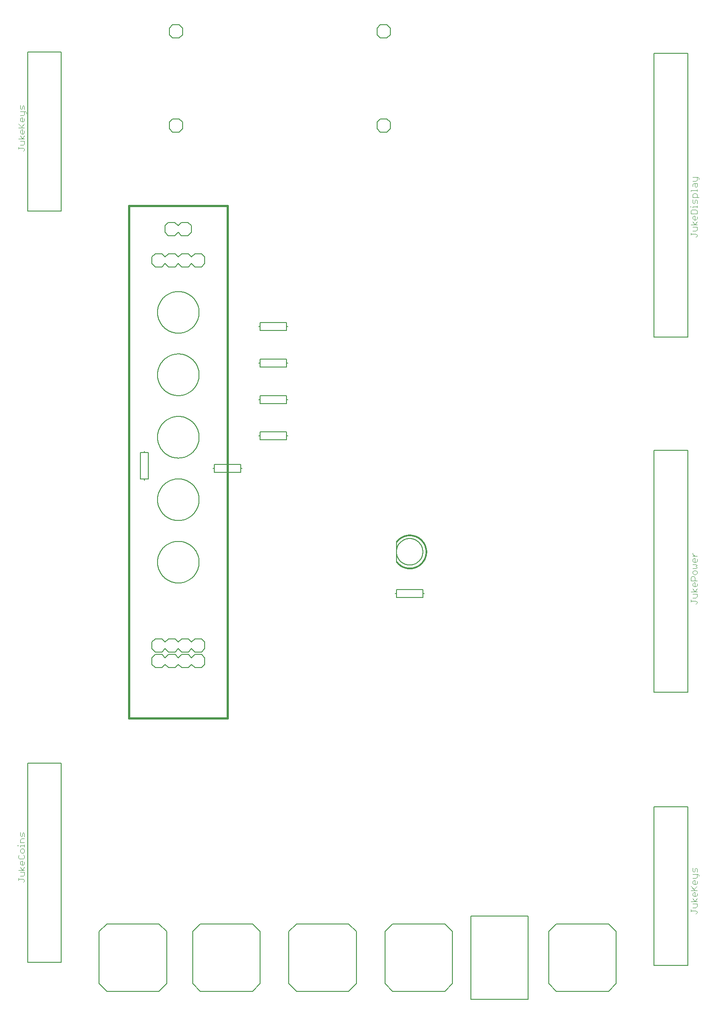
<source format=gto>
G75*
%MOIN*%
%OFA0B0*%
%FSLAX25Y25*%
%IPPOS*%
%LPD*%
%AMOC8*
5,1,8,0,0,1.08239X$1,22.5*
%
%ADD10C,0.01600*%
%ADD11C,0.00800*%
%ADD12C,0.00100*%
%ADD13C,0.00600*%
%ADD14C,0.00500*%
%ADD15C,0.00400*%
D10*
X0091367Y0232115D02*
X0166170Y0232115D01*
X0166170Y0619910D01*
X0091367Y0619910D01*
X0091367Y0232115D01*
D11*
X0111229Y0270422D02*
X0108729Y0272922D01*
X0108729Y0277922D01*
X0111229Y0280422D01*
X0116229Y0280422D01*
X0118729Y0277922D01*
X0121229Y0280422D01*
X0126229Y0280422D01*
X0128729Y0277922D01*
X0131229Y0280422D01*
X0136229Y0280422D01*
X0138729Y0277922D01*
X0141229Y0280422D01*
X0146229Y0280422D01*
X0148729Y0277922D01*
X0148729Y0272922D01*
X0146229Y0270422D01*
X0141229Y0270422D01*
X0138729Y0272922D01*
X0136229Y0270422D01*
X0131229Y0270422D01*
X0128729Y0272922D01*
X0126229Y0270422D01*
X0121229Y0270422D01*
X0118729Y0272922D01*
X0116229Y0270422D01*
X0111229Y0270422D01*
X0111229Y0282233D02*
X0108729Y0284733D01*
X0108729Y0289733D01*
X0111229Y0292233D01*
X0116229Y0292233D01*
X0118729Y0289733D01*
X0121229Y0292233D01*
X0126229Y0292233D01*
X0128729Y0289733D01*
X0131229Y0292233D01*
X0136229Y0292233D01*
X0138729Y0289733D01*
X0141229Y0292233D01*
X0146229Y0292233D01*
X0148729Y0289733D01*
X0148729Y0284733D01*
X0146229Y0282233D01*
X0141229Y0282233D01*
X0138729Y0284733D01*
X0136229Y0282233D01*
X0131229Y0282233D01*
X0128729Y0284733D01*
X0126229Y0282233D01*
X0121229Y0282233D01*
X0118729Y0284733D01*
X0116229Y0282233D01*
X0111229Y0282233D01*
X0103178Y0412060D02*
X0103178Y0413060D01*
X0100178Y0413060D01*
X0100178Y0433060D01*
X0103178Y0433060D01*
X0103178Y0434060D01*
X0103178Y0433060D02*
X0106178Y0433060D01*
X0106178Y0413060D01*
X0103178Y0413060D01*
X0155170Y0421091D02*
X0156170Y0421091D01*
X0156170Y0424091D01*
X0176170Y0424091D01*
X0176170Y0421091D01*
X0177170Y0421091D01*
X0176170Y0421091D02*
X0176170Y0418091D01*
X0156170Y0418091D01*
X0156170Y0421091D01*
X0189619Y0445698D02*
X0190619Y0445698D01*
X0190619Y0448698D01*
X0210619Y0448698D01*
X0210619Y0445698D01*
X0211619Y0445698D01*
X0210619Y0445698D02*
X0210619Y0442698D01*
X0190619Y0442698D01*
X0190619Y0445698D01*
X0190619Y0470257D02*
X0190619Y0473257D01*
X0189619Y0473257D01*
X0190619Y0473257D02*
X0190619Y0476257D01*
X0210619Y0476257D01*
X0210619Y0473257D01*
X0211619Y0473257D01*
X0210619Y0473257D02*
X0210619Y0470257D01*
X0190619Y0470257D01*
X0190619Y0497816D02*
X0190619Y0500816D01*
X0189619Y0500816D01*
X0190619Y0500816D02*
X0190619Y0503816D01*
X0210619Y0503816D01*
X0210619Y0500816D01*
X0211619Y0500816D01*
X0210619Y0500816D02*
X0210619Y0497816D01*
X0190619Y0497816D01*
X0190619Y0525375D02*
X0190619Y0528375D01*
X0189619Y0528375D01*
X0190619Y0528375D02*
X0190619Y0531375D01*
X0210619Y0531375D01*
X0210619Y0528375D01*
X0211619Y0528375D01*
X0210619Y0528375D02*
X0210619Y0525375D01*
X0190619Y0525375D01*
X0146308Y0573572D02*
X0148808Y0576072D01*
X0148808Y0581072D01*
X0146308Y0583572D01*
X0141308Y0583572D01*
X0138808Y0581072D01*
X0136308Y0583572D01*
X0131308Y0583572D01*
X0128808Y0581072D01*
X0126308Y0583572D01*
X0121308Y0583572D01*
X0118808Y0581072D01*
X0116308Y0583572D01*
X0111308Y0583572D01*
X0108808Y0581072D01*
X0108808Y0576072D01*
X0111308Y0573572D01*
X0116308Y0573572D01*
X0118808Y0576072D01*
X0121308Y0573572D01*
X0126308Y0573572D01*
X0128808Y0576072D01*
X0131308Y0573572D01*
X0136308Y0573572D01*
X0138808Y0576072D01*
X0141308Y0573572D01*
X0146308Y0573572D01*
X0136150Y0597194D02*
X0131150Y0597194D01*
X0128650Y0599694D01*
X0126150Y0597194D01*
X0121150Y0597194D01*
X0118650Y0599694D01*
X0118650Y0604694D01*
X0121150Y0607194D01*
X0126150Y0607194D01*
X0128650Y0604694D01*
X0131150Y0607194D01*
X0136150Y0607194D01*
X0138650Y0604694D01*
X0138650Y0599694D01*
X0136150Y0597194D01*
X0129497Y0675540D02*
X0124497Y0675540D01*
X0121997Y0678040D01*
X0121997Y0683040D01*
X0124497Y0685540D01*
X0129497Y0685540D01*
X0131997Y0683040D01*
X0131997Y0678040D01*
X0129497Y0675540D01*
X0129497Y0746800D02*
X0124497Y0746800D01*
X0121997Y0749300D01*
X0121997Y0754300D01*
X0124497Y0756800D01*
X0129497Y0756800D01*
X0131997Y0754300D01*
X0131997Y0749300D01*
X0129497Y0746800D01*
X0279280Y0749300D02*
X0281780Y0746800D01*
X0286780Y0746800D01*
X0289280Y0749300D01*
X0289280Y0754300D01*
X0286780Y0756800D01*
X0281780Y0756800D01*
X0279280Y0754300D01*
X0279280Y0749300D01*
X0281780Y0685540D02*
X0279280Y0683040D01*
X0279280Y0678040D01*
X0281780Y0675540D01*
X0286780Y0675540D01*
X0289280Y0678040D01*
X0289280Y0683040D01*
X0286780Y0685540D01*
X0281780Y0685540D01*
X0293965Y0365599D02*
X0293965Y0350599D01*
X0293965Y0329603D02*
X0293965Y0326603D01*
X0292965Y0326603D01*
X0293965Y0326603D02*
X0293965Y0323603D01*
X0313965Y0323603D01*
X0313965Y0326603D01*
X0314965Y0326603D01*
X0313965Y0326603D02*
X0313965Y0329603D01*
X0293965Y0329603D01*
D12*
X0293636Y0350290D02*
X0294356Y0350830D01*
X0294355Y0350829D02*
X0294536Y0350596D01*
X0294722Y0350368D01*
X0294914Y0350144D01*
X0295111Y0349925D01*
X0295313Y0349711D01*
X0295521Y0349502D01*
X0295734Y0349299D01*
X0295951Y0349100D01*
X0296174Y0348907D01*
X0296401Y0348719D01*
X0296632Y0348537D01*
X0296868Y0348360D01*
X0297109Y0348190D01*
X0297353Y0348025D01*
X0297601Y0347867D01*
X0297853Y0347714D01*
X0298109Y0347568D01*
X0298368Y0347428D01*
X0298631Y0347294D01*
X0298896Y0347167D01*
X0299165Y0347046D01*
X0299437Y0346932D01*
X0299711Y0346825D01*
X0299988Y0346724D01*
X0300267Y0346630D01*
X0300549Y0346543D01*
X0300832Y0346463D01*
X0301118Y0346390D01*
X0301405Y0346324D01*
X0301694Y0346265D01*
X0301984Y0346213D01*
X0302275Y0346168D01*
X0302567Y0346130D01*
X0302860Y0346100D01*
X0303154Y0346076D01*
X0303448Y0346060D01*
X0303742Y0346051D01*
X0304037Y0346049D01*
X0304332Y0346055D01*
X0304626Y0346067D01*
X0304920Y0346087D01*
X0305213Y0346114D01*
X0305506Y0346148D01*
X0305798Y0346189D01*
X0306088Y0346238D01*
X0306378Y0346293D01*
X0306665Y0346355D01*
X0306952Y0346425D01*
X0307236Y0346502D01*
X0307519Y0346585D01*
X0307799Y0346675D01*
X0308077Y0346772D01*
X0308353Y0346876D01*
X0308626Y0346987D01*
X0308896Y0347104D01*
X0309164Y0347228D01*
X0309428Y0347358D01*
X0309689Y0347495D01*
X0309946Y0347638D01*
X0310200Y0347788D01*
X0310451Y0347943D01*
X0310697Y0348105D01*
X0310939Y0348272D01*
X0311177Y0348446D01*
X0311411Y0348625D01*
X0311641Y0348810D01*
X0311865Y0349000D01*
X0312086Y0349196D01*
X0312301Y0349397D01*
X0312511Y0349604D01*
X0312716Y0349815D01*
X0312916Y0350032D01*
X0313111Y0350253D01*
X0313300Y0350479D01*
X0313483Y0350709D01*
X0313661Y0350944D01*
X0313833Y0351184D01*
X0313999Y0351427D01*
X0314159Y0351674D01*
X0314313Y0351925D01*
X0314461Y0352180D01*
X0314603Y0352439D01*
X0314738Y0352700D01*
X0314867Y0352965D01*
X0314989Y0353233D01*
X0315105Y0353504D01*
X0315214Y0353778D01*
X0315316Y0354054D01*
X0315411Y0354333D01*
X0315500Y0354614D01*
X0315582Y0354897D01*
X0315657Y0355182D01*
X0315724Y0355469D01*
X0315785Y0355757D01*
X0315839Y0356047D01*
X0315886Y0356338D01*
X0315925Y0356630D01*
X0315957Y0356922D01*
X0315983Y0357216D01*
X0316001Y0357510D01*
X0316011Y0357804D01*
X0316015Y0358099D01*
X0316011Y0358394D01*
X0316001Y0358688D01*
X0315983Y0358982D01*
X0315957Y0359276D01*
X0315925Y0359568D01*
X0315886Y0359860D01*
X0315839Y0360151D01*
X0315785Y0360441D01*
X0315724Y0360729D01*
X0315657Y0361016D01*
X0315582Y0361301D01*
X0315500Y0361584D01*
X0315411Y0361865D01*
X0315316Y0362144D01*
X0315214Y0362420D01*
X0315105Y0362694D01*
X0314989Y0362965D01*
X0314867Y0363233D01*
X0314738Y0363498D01*
X0314603Y0363759D01*
X0314461Y0364018D01*
X0314313Y0364273D01*
X0314159Y0364524D01*
X0313999Y0364771D01*
X0313833Y0365014D01*
X0313661Y0365254D01*
X0313483Y0365489D01*
X0313300Y0365719D01*
X0313111Y0365945D01*
X0312916Y0366166D01*
X0312716Y0366383D01*
X0312511Y0366594D01*
X0312301Y0366801D01*
X0312086Y0367002D01*
X0311865Y0367198D01*
X0311641Y0367388D01*
X0311411Y0367573D01*
X0311177Y0367752D01*
X0310939Y0367926D01*
X0310697Y0368093D01*
X0310451Y0368255D01*
X0310200Y0368410D01*
X0309946Y0368560D01*
X0309689Y0368703D01*
X0309428Y0368840D01*
X0309164Y0368970D01*
X0308896Y0369094D01*
X0308626Y0369211D01*
X0308353Y0369322D01*
X0308077Y0369426D01*
X0307799Y0369523D01*
X0307519Y0369613D01*
X0307236Y0369696D01*
X0306952Y0369773D01*
X0306665Y0369843D01*
X0306378Y0369905D01*
X0306088Y0369960D01*
X0305798Y0370009D01*
X0305506Y0370050D01*
X0305213Y0370084D01*
X0304920Y0370111D01*
X0304626Y0370131D01*
X0304332Y0370143D01*
X0304037Y0370149D01*
X0303742Y0370147D01*
X0303448Y0370138D01*
X0303154Y0370122D01*
X0302860Y0370098D01*
X0302567Y0370068D01*
X0302275Y0370030D01*
X0301984Y0369985D01*
X0301694Y0369933D01*
X0301405Y0369874D01*
X0301118Y0369808D01*
X0300832Y0369735D01*
X0300549Y0369655D01*
X0300267Y0369568D01*
X0299988Y0369474D01*
X0299711Y0369373D01*
X0299437Y0369266D01*
X0299165Y0369152D01*
X0298896Y0369031D01*
X0298631Y0368904D01*
X0298368Y0368770D01*
X0298109Y0368630D01*
X0297853Y0368484D01*
X0297601Y0368331D01*
X0297353Y0368173D01*
X0297109Y0368008D01*
X0296868Y0367838D01*
X0296632Y0367661D01*
X0296401Y0367479D01*
X0296174Y0367291D01*
X0295951Y0367098D01*
X0295734Y0366899D01*
X0295521Y0366696D01*
X0295313Y0366487D01*
X0295111Y0366273D01*
X0294914Y0366054D01*
X0294722Y0365830D01*
X0294536Y0365602D01*
X0294355Y0365369D01*
X0293636Y0365908D01*
X0293635Y0365909D01*
X0293829Y0366159D01*
X0294029Y0366405D01*
X0294235Y0366645D01*
X0294447Y0366880D01*
X0294665Y0367110D01*
X0294888Y0367335D01*
X0295116Y0367554D01*
X0295350Y0367768D01*
X0295589Y0367976D01*
X0295833Y0368178D01*
X0296082Y0368373D01*
X0296336Y0368563D01*
X0296594Y0368746D01*
X0296856Y0368923D01*
X0297123Y0369094D01*
X0297394Y0369258D01*
X0297669Y0369415D01*
X0297947Y0369566D01*
X0298230Y0369710D01*
X0298515Y0369846D01*
X0298804Y0369976D01*
X0299096Y0370099D01*
X0299391Y0370214D01*
X0299688Y0370322D01*
X0299989Y0370423D01*
X0300291Y0370517D01*
X0300596Y0370603D01*
X0300903Y0370682D01*
X0301211Y0370753D01*
X0301521Y0370816D01*
X0301833Y0370872D01*
X0302146Y0370921D01*
X0302460Y0370961D01*
X0302775Y0370994D01*
X0303091Y0371019D01*
X0303407Y0371037D01*
X0303723Y0371047D01*
X0304040Y0371049D01*
X0304357Y0371043D01*
X0304673Y0371030D01*
X0304989Y0371008D01*
X0305304Y0370980D01*
X0305619Y0370943D01*
X0305932Y0370899D01*
X0306245Y0370847D01*
X0306556Y0370787D01*
X0306865Y0370720D01*
X0307173Y0370645D01*
X0307479Y0370563D01*
X0307782Y0370474D01*
X0308084Y0370377D01*
X0308383Y0370272D01*
X0308679Y0370160D01*
X0308973Y0370042D01*
X0309263Y0369916D01*
X0309550Y0369783D01*
X0309835Y0369642D01*
X0310115Y0369495D01*
X0310392Y0369342D01*
X0310665Y0369181D01*
X0310934Y0369014D01*
X0311199Y0368840D01*
X0311459Y0368660D01*
X0311715Y0368474D01*
X0311966Y0368281D01*
X0312213Y0368083D01*
X0312455Y0367878D01*
X0312691Y0367668D01*
X0312923Y0367451D01*
X0313148Y0367229D01*
X0313369Y0367002D01*
X0313584Y0366770D01*
X0313793Y0366532D01*
X0313996Y0366289D01*
X0314194Y0366041D01*
X0314385Y0365789D01*
X0314570Y0365532D01*
X0314748Y0365270D01*
X0314920Y0365004D01*
X0315086Y0364735D01*
X0315245Y0364461D01*
X0315397Y0364183D01*
X0315542Y0363902D01*
X0315681Y0363617D01*
X0315812Y0363329D01*
X0315936Y0363037D01*
X0316054Y0362743D01*
X0316164Y0362446D01*
X0316266Y0362147D01*
X0316361Y0361845D01*
X0316449Y0361541D01*
X0316530Y0361234D01*
X0316603Y0360926D01*
X0316668Y0360616D01*
X0316726Y0360305D01*
X0316776Y0359992D01*
X0316818Y0359678D01*
X0316853Y0359364D01*
X0316880Y0359048D01*
X0316900Y0358732D01*
X0316911Y0358416D01*
X0316915Y0358099D01*
X0316911Y0357782D01*
X0316900Y0357466D01*
X0316880Y0357150D01*
X0316853Y0356834D01*
X0316818Y0356520D01*
X0316776Y0356206D01*
X0316726Y0355893D01*
X0316668Y0355582D01*
X0316603Y0355272D01*
X0316530Y0354964D01*
X0316449Y0354657D01*
X0316361Y0354353D01*
X0316266Y0354051D01*
X0316164Y0353752D01*
X0316054Y0353455D01*
X0315936Y0353161D01*
X0315812Y0352869D01*
X0315681Y0352581D01*
X0315542Y0352296D01*
X0315397Y0352015D01*
X0315245Y0351737D01*
X0315086Y0351463D01*
X0314920Y0351194D01*
X0314748Y0350928D01*
X0314570Y0350666D01*
X0314385Y0350409D01*
X0314194Y0350157D01*
X0313996Y0349909D01*
X0313793Y0349666D01*
X0313584Y0349428D01*
X0313369Y0349196D01*
X0313148Y0348969D01*
X0312923Y0348747D01*
X0312691Y0348530D01*
X0312455Y0348320D01*
X0312213Y0348115D01*
X0311966Y0347917D01*
X0311715Y0347724D01*
X0311459Y0347538D01*
X0311199Y0347358D01*
X0310934Y0347184D01*
X0310665Y0347017D01*
X0310392Y0346856D01*
X0310115Y0346703D01*
X0309835Y0346556D01*
X0309550Y0346415D01*
X0309263Y0346282D01*
X0308973Y0346156D01*
X0308679Y0346038D01*
X0308383Y0345926D01*
X0308084Y0345821D01*
X0307782Y0345724D01*
X0307479Y0345635D01*
X0307173Y0345553D01*
X0306865Y0345478D01*
X0306556Y0345411D01*
X0306245Y0345351D01*
X0305932Y0345299D01*
X0305619Y0345255D01*
X0305304Y0345218D01*
X0304989Y0345190D01*
X0304673Y0345168D01*
X0304357Y0345155D01*
X0304040Y0345149D01*
X0303723Y0345151D01*
X0303407Y0345161D01*
X0303091Y0345179D01*
X0302775Y0345204D01*
X0302460Y0345237D01*
X0302146Y0345277D01*
X0301833Y0345326D01*
X0301521Y0345382D01*
X0301211Y0345445D01*
X0300903Y0345516D01*
X0300596Y0345595D01*
X0300291Y0345681D01*
X0299989Y0345775D01*
X0299688Y0345876D01*
X0299391Y0345984D01*
X0299096Y0346099D01*
X0298804Y0346222D01*
X0298515Y0346352D01*
X0298230Y0346488D01*
X0297947Y0346632D01*
X0297669Y0346783D01*
X0297394Y0346940D01*
X0297123Y0347104D01*
X0296856Y0347275D01*
X0296594Y0347452D01*
X0296336Y0347635D01*
X0296082Y0347825D01*
X0295833Y0348020D01*
X0295589Y0348222D01*
X0295350Y0348430D01*
X0295116Y0348644D01*
X0294888Y0348863D01*
X0294665Y0349088D01*
X0294447Y0349318D01*
X0294235Y0349553D01*
X0294029Y0349793D01*
X0293829Y0350039D01*
X0293635Y0350289D01*
X0293710Y0350345D01*
X0293903Y0350097D01*
X0294102Y0349853D01*
X0294306Y0349615D01*
X0294516Y0349381D01*
X0294732Y0349153D01*
X0294954Y0348930D01*
X0295181Y0348712D01*
X0295413Y0348500D01*
X0295650Y0348294D01*
X0295892Y0348093D01*
X0296140Y0347899D01*
X0296391Y0347711D01*
X0296648Y0347529D01*
X0296908Y0347353D01*
X0297173Y0347184D01*
X0297442Y0347021D01*
X0297715Y0346865D01*
X0297991Y0346715D01*
X0298271Y0346573D01*
X0298555Y0346437D01*
X0298842Y0346308D01*
X0299132Y0346186D01*
X0299424Y0346072D01*
X0299720Y0345964D01*
X0300018Y0345864D01*
X0300318Y0345771D01*
X0300621Y0345686D01*
X0300925Y0345608D01*
X0301231Y0345537D01*
X0301539Y0345474D01*
X0301849Y0345418D01*
X0302159Y0345370D01*
X0302471Y0345330D01*
X0302784Y0345297D01*
X0303097Y0345272D01*
X0303411Y0345255D01*
X0303725Y0345245D01*
X0304040Y0345243D01*
X0304354Y0345249D01*
X0304668Y0345262D01*
X0304982Y0345283D01*
X0305295Y0345312D01*
X0305607Y0345348D01*
X0305918Y0345392D01*
X0306228Y0345444D01*
X0306537Y0345503D01*
X0306844Y0345570D01*
X0307150Y0345644D01*
X0307453Y0345725D01*
X0307755Y0345814D01*
X0308054Y0345911D01*
X0308351Y0346014D01*
X0308645Y0346125D01*
X0308936Y0346243D01*
X0309225Y0346368D01*
X0309510Y0346500D01*
X0309792Y0346639D01*
X0310070Y0346785D01*
X0310345Y0346938D01*
X0310616Y0347097D01*
X0310883Y0347263D01*
X0311146Y0347436D01*
X0311405Y0347614D01*
X0311659Y0347799D01*
X0311908Y0347991D01*
X0312153Y0348188D01*
X0312393Y0348391D01*
X0312628Y0348600D01*
X0312858Y0348815D01*
X0313082Y0349035D01*
X0313301Y0349260D01*
X0313514Y0349491D01*
X0313722Y0349727D01*
X0313924Y0349969D01*
X0314119Y0350214D01*
X0314309Y0350465D01*
X0314493Y0350720D01*
X0314670Y0350980D01*
X0314841Y0351244D01*
X0315005Y0351512D01*
X0315163Y0351784D01*
X0315314Y0352059D01*
X0315458Y0352339D01*
X0315596Y0352621D01*
X0315726Y0352907D01*
X0315850Y0353196D01*
X0315966Y0353489D01*
X0316075Y0353783D01*
X0316177Y0354081D01*
X0316271Y0354380D01*
X0316359Y0354683D01*
X0316439Y0354987D01*
X0316511Y0355292D01*
X0316576Y0355600D01*
X0316633Y0355909D01*
X0316683Y0356220D01*
X0316725Y0356531D01*
X0316760Y0356844D01*
X0316786Y0357157D01*
X0316806Y0357471D01*
X0316817Y0357785D01*
X0316821Y0358099D01*
X0316817Y0358413D01*
X0316806Y0358727D01*
X0316786Y0359041D01*
X0316760Y0359354D01*
X0316725Y0359667D01*
X0316683Y0359978D01*
X0316633Y0360289D01*
X0316576Y0360598D01*
X0316511Y0360906D01*
X0316439Y0361211D01*
X0316359Y0361515D01*
X0316271Y0361818D01*
X0316177Y0362117D01*
X0316075Y0362415D01*
X0315966Y0362709D01*
X0315850Y0363002D01*
X0315726Y0363291D01*
X0315596Y0363577D01*
X0315458Y0363859D01*
X0315314Y0364139D01*
X0315163Y0364414D01*
X0315005Y0364686D01*
X0314841Y0364954D01*
X0314670Y0365218D01*
X0314493Y0365478D01*
X0314309Y0365733D01*
X0314119Y0365984D01*
X0313924Y0366229D01*
X0313722Y0366471D01*
X0313514Y0366707D01*
X0313301Y0366938D01*
X0313082Y0367163D01*
X0312858Y0367383D01*
X0312628Y0367598D01*
X0312393Y0367807D01*
X0312153Y0368010D01*
X0311908Y0368207D01*
X0311659Y0368399D01*
X0311405Y0368584D01*
X0311146Y0368762D01*
X0310883Y0368935D01*
X0310616Y0369101D01*
X0310345Y0369260D01*
X0310070Y0369413D01*
X0309792Y0369559D01*
X0309510Y0369698D01*
X0309225Y0369830D01*
X0308936Y0369955D01*
X0308645Y0370073D01*
X0308351Y0370184D01*
X0308054Y0370287D01*
X0307755Y0370384D01*
X0307453Y0370473D01*
X0307150Y0370554D01*
X0306844Y0370628D01*
X0306537Y0370695D01*
X0306228Y0370754D01*
X0305918Y0370806D01*
X0305607Y0370850D01*
X0305295Y0370886D01*
X0304982Y0370915D01*
X0304668Y0370936D01*
X0304354Y0370949D01*
X0304040Y0370955D01*
X0303725Y0370953D01*
X0303411Y0370943D01*
X0303097Y0370926D01*
X0302784Y0370901D01*
X0302471Y0370868D01*
X0302159Y0370828D01*
X0301849Y0370780D01*
X0301539Y0370724D01*
X0301231Y0370661D01*
X0300925Y0370590D01*
X0300621Y0370512D01*
X0300318Y0370427D01*
X0300018Y0370334D01*
X0299720Y0370234D01*
X0299424Y0370126D01*
X0299132Y0370012D01*
X0298842Y0369890D01*
X0298555Y0369761D01*
X0298271Y0369625D01*
X0297991Y0369483D01*
X0297715Y0369333D01*
X0297442Y0369177D01*
X0297173Y0369014D01*
X0296908Y0368845D01*
X0296648Y0368669D01*
X0296391Y0368487D01*
X0296140Y0368299D01*
X0295892Y0368105D01*
X0295650Y0367904D01*
X0295413Y0367698D01*
X0295181Y0367486D01*
X0294954Y0367268D01*
X0294732Y0367045D01*
X0294516Y0366817D01*
X0294306Y0366583D01*
X0294102Y0366345D01*
X0293903Y0366101D01*
X0293710Y0365853D01*
X0293785Y0365796D01*
X0293977Y0366043D01*
X0294174Y0366285D01*
X0294377Y0366522D01*
X0294586Y0366753D01*
X0294800Y0366980D01*
X0295020Y0367202D01*
X0295245Y0367418D01*
X0295476Y0367628D01*
X0295711Y0367833D01*
X0295952Y0368032D01*
X0296197Y0368225D01*
X0296447Y0368411D01*
X0296701Y0368592D01*
X0296960Y0368767D01*
X0297223Y0368935D01*
X0297490Y0369096D01*
X0297761Y0369251D01*
X0298035Y0369400D01*
X0298313Y0369541D01*
X0298595Y0369676D01*
X0298879Y0369804D01*
X0299167Y0369925D01*
X0299458Y0370039D01*
X0299751Y0370145D01*
X0300047Y0370245D01*
X0300345Y0370337D01*
X0300645Y0370422D01*
X0300948Y0370499D01*
X0301252Y0370569D01*
X0301557Y0370632D01*
X0301864Y0370687D01*
X0302173Y0370735D01*
X0302482Y0370775D01*
X0302793Y0370807D01*
X0303104Y0370832D01*
X0303415Y0370849D01*
X0303727Y0370859D01*
X0304039Y0370861D01*
X0304351Y0370855D01*
X0304663Y0370842D01*
X0304974Y0370821D01*
X0305285Y0370793D01*
X0305595Y0370756D01*
X0305904Y0370713D01*
X0306212Y0370662D01*
X0306519Y0370603D01*
X0306823Y0370537D01*
X0307127Y0370463D01*
X0307428Y0370382D01*
X0307727Y0370294D01*
X0308024Y0370198D01*
X0308319Y0370095D01*
X0308611Y0369985D01*
X0308900Y0369868D01*
X0309187Y0369744D01*
X0309470Y0369613D01*
X0309750Y0369475D01*
X0310026Y0369330D01*
X0310299Y0369178D01*
X0310568Y0369020D01*
X0310833Y0368855D01*
X0311094Y0368684D01*
X0311350Y0368507D01*
X0311603Y0368323D01*
X0311850Y0368133D01*
X0312093Y0367938D01*
X0312332Y0367736D01*
X0312565Y0367528D01*
X0312793Y0367315D01*
X0313015Y0367097D01*
X0313233Y0366873D01*
X0313444Y0366644D01*
X0313650Y0366409D01*
X0313851Y0366170D01*
X0314045Y0365926D01*
X0314233Y0365677D01*
X0314416Y0365424D01*
X0314592Y0365166D01*
X0314761Y0364904D01*
X0314924Y0364638D01*
X0315081Y0364368D01*
X0315231Y0364094D01*
X0315374Y0363817D01*
X0315511Y0363537D01*
X0315640Y0363253D01*
X0315763Y0362966D01*
X0315878Y0362676D01*
X0315986Y0362383D01*
X0316088Y0362088D01*
X0316182Y0361790D01*
X0316268Y0361490D01*
X0316347Y0361189D01*
X0316419Y0360885D01*
X0316484Y0360580D01*
X0316541Y0360273D01*
X0316590Y0359965D01*
X0316632Y0359655D01*
X0316666Y0359345D01*
X0316693Y0359034D01*
X0316712Y0358723D01*
X0316723Y0358411D01*
X0316727Y0358099D01*
X0316723Y0357787D01*
X0316712Y0357475D01*
X0316693Y0357164D01*
X0316666Y0356853D01*
X0316632Y0356543D01*
X0316590Y0356233D01*
X0316541Y0355925D01*
X0316484Y0355618D01*
X0316419Y0355313D01*
X0316347Y0355009D01*
X0316268Y0354708D01*
X0316182Y0354408D01*
X0316088Y0354110D01*
X0315986Y0353815D01*
X0315878Y0353522D01*
X0315763Y0353232D01*
X0315640Y0352945D01*
X0315511Y0352661D01*
X0315374Y0352381D01*
X0315231Y0352104D01*
X0315081Y0351830D01*
X0314924Y0351560D01*
X0314761Y0351294D01*
X0314592Y0351032D01*
X0314416Y0350774D01*
X0314233Y0350521D01*
X0314045Y0350272D01*
X0313851Y0350028D01*
X0313650Y0349789D01*
X0313444Y0349554D01*
X0313233Y0349325D01*
X0313015Y0349101D01*
X0312793Y0348883D01*
X0312565Y0348670D01*
X0312332Y0348462D01*
X0312093Y0348260D01*
X0311850Y0348065D01*
X0311603Y0347875D01*
X0311350Y0347691D01*
X0311094Y0347514D01*
X0310833Y0347343D01*
X0310568Y0347178D01*
X0310299Y0347020D01*
X0310026Y0346868D01*
X0309750Y0346723D01*
X0309470Y0346585D01*
X0309187Y0346454D01*
X0308900Y0346330D01*
X0308611Y0346213D01*
X0308319Y0346103D01*
X0308024Y0346000D01*
X0307727Y0345904D01*
X0307428Y0345816D01*
X0307127Y0345735D01*
X0306823Y0345661D01*
X0306519Y0345595D01*
X0306212Y0345536D01*
X0305904Y0345485D01*
X0305595Y0345442D01*
X0305285Y0345405D01*
X0304974Y0345377D01*
X0304663Y0345356D01*
X0304351Y0345343D01*
X0304039Y0345337D01*
X0303727Y0345339D01*
X0303415Y0345349D01*
X0303104Y0345366D01*
X0302793Y0345391D01*
X0302482Y0345423D01*
X0302173Y0345463D01*
X0301864Y0345511D01*
X0301557Y0345566D01*
X0301252Y0345629D01*
X0300948Y0345699D01*
X0300645Y0345776D01*
X0300345Y0345861D01*
X0300047Y0345953D01*
X0299751Y0346053D01*
X0299458Y0346159D01*
X0299167Y0346273D01*
X0298879Y0346394D01*
X0298595Y0346522D01*
X0298313Y0346657D01*
X0298035Y0346798D01*
X0297761Y0346947D01*
X0297490Y0347102D01*
X0297223Y0347263D01*
X0296960Y0347431D01*
X0296701Y0347606D01*
X0296447Y0347787D01*
X0296197Y0347973D01*
X0295952Y0348166D01*
X0295711Y0348365D01*
X0295476Y0348570D01*
X0295245Y0348780D01*
X0295020Y0348996D01*
X0294800Y0349218D01*
X0294586Y0349445D01*
X0294377Y0349676D01*
X0294174Y0349913D01*
X0293977Y0350155D01*
X0293785Y0350402D01*
X0293861Y0350458D01*
X0294051Y0350213D01*
X0294246Y0349973D01*
X0294448Y0349738D01*
X0294655Y0349508D01*
X0294868Y0349283D01*
X0295086Y0349063D01*
X0295310Y0348849D01*
X0295539Y0348640D01*
X0295772Y0348437D01*
X0296011Y0348239D01*
X0296254Y0348048D01*
X0296503Y0347862D01*
X0296755Y0347683D01*
X0297012Y0347510D01*
X0297273Y0347343D01*
X0297538Y0347182D01*
X0297807Y0347029D01*
X0298079Y0346881D01*
X0298355Y0346741D01*
X0298635Y0346607D01*
X0298917Y0346480D01*
X0299203Y0346360D01*
X0299491Y0346247D01*
X0299782Y0346141D01*
X0300076Y0346043D01*
X0300372Y0345951D01*
X0300670Y0345867D01*
X0300970Y0345790D01*
X0301272Y0345721D01*
X0301575Y0345658D01*
X0301880Y0345604D01*
X0302186Y0345556D01*
X0302494Y0345517D01*
X0302802Y0345485D01*
X0303110Y0345460D01*
X0303420Y0345443D01*
X0303729Y0345433D01*
X0304039Y0345431D01*
X0304349Y0345437D01*
X0304658Y0345450D01*
X0304967Y0345471D01*
X0305276Y0345499D01*
X0305583Y0345535D01*
X0305890Y0345578D01*
X0306196Y0345629D01*
X0306500Y0345687D01*
X0306803Y0345753D01*
X0307104Y0345826D01*
X0307403Y0345906D01*
X0307700Y0345994D01*
X0307995Y0346089D01*
X0308287Y0346191D01*
X0308577Y0346300D01*
X0308864Y0346417D01*
X0309148Y0346540D01*
X0309429Y0346670D01*
X0309707Y0346807D01*
X0309981Y0346951D01*
X0310252Y0347101D01*
X0310519Y0347258D01*
X0310782Y0347422D01*
X0311041Y0347592D01*
X0311296Y0347768D01*
X0311547Y0347950D01*
X0311792Y0348139D01*
X0312034Y0348333D01*
X0312270Y0348533D01*
X0312501Y0348739D01*
X0312728Y0348951D01*
X0312949Y0349168D01*
X0313164Y0349390D01*
X0313375Y0349617D01*
X0313579Y0349850D01*
X0313778Y0350088D01*
X0313971Y0350330D01*
X0314158Y0350577D01*
X0314339Y0350828D01*
X0314513Y0351084D01*
X0314682Y0351344D01*
X0314844Y0351608D01*
X0314999Y0351876D01*
X0315148Y0352148D01*
X0315290Y0352423D01*
X0315426Y0352702D01*
X0315554Y0352983D01*
X0315676Y0353268D01*
X0315790Y0353556D01*
X0315898Y0353847D01*
X0315998Y0354140D01*
X0316092Y0354435D01*
X0316178Y0354733D01*
X0316256Y0355032D01*
X0316327Y0355334D01*
X0316391Y0355637D01*
X0316448Y0355941D01*
X0316497Y0356247D01*
X0316538Y0356554D01*
X0316572Y0356862D01*
X0316599Y0357171D01*
X0316618Y0357480D01*
X0316629Y0357789D01*
X0316633Y0358099D01*
X0316629Y0358409D01*
X0316618Y0358718D01*
X0316599Y0359027D01*
X0316572Y0359336D01*
X0316538Y0359644D01*
X0316497Y0359951D01*
X0316448Y0360257D01*
X0316391Y0360561D01*
X0316327Y0360864D01*
X0316256Y0361166D01*
X0316178Y0361465D01*
X0316092Y0361763D01*
X0315998Y0362058D01*
X0315898Y0362351D01*
X0315790Y0362642D01*
X0315676Y0362930D01*
X0315554Y0363215D01*
X0315426Y0363496D01*
X0315290Y0363775D01*
X0315148Y0364050D01*
X0314999Y0364322D01*
X0314844Y0364590D01*
X0314682Y0364854D01*
X0314513Y0365114D01*
X0314339Y0365370D01*
X0314158Y0365621D01*
X0313971Y0365868D01*
X0313778Y0366110D01*
X0313579Y0366348D01*
X0313375Y0366581D01*
X0313164Y0366808D01*
X0312949Y0367030D01*
X0312728Y0367247D01*
X0312501Y0367459D01*
X0312270Y0367665D01*
X0312034Y0367865D01*
X0311792Y0368059D01*
X0311547Y0368248D01*
X0311296Y0368430D01*
X0311041Y0368606D01*
X0310782Y0368776D01*
X0310519Y0368940D01*
X0310252Y0369097D01*
X0309981Y0369247D01*
X0309707Y0369391D01*
X0309429Y0369528D01*
X0309148Y0369658D01*
X0308864Y0369781D01*
X0308577Y0369898D01*
X0308287Y0370007D01*
X0307995Y0370109D01*
X0307700Y0370204D01*
X0307403Y0370292D01*
X0307104Y0370372D01*
X0306803Y0370445D01*
X0306500Y0370511D01*
X0306196Y0370569D01*
X0305890Y0370620D01*
X0305583Y0370663D01*
X0305276Y0370699D01*
X0304967Y0370727D01*
X0304658Y0370748D01*
X0304349Y0370761D01*
X0304039Y0370767D01*
X0303729Y0370765D01*
X0303420Y0370755D01*
X0303110Y0370738D01*
X0302802Y0370713D01*
X0302494Y0370681D01*
X0302186Y0370642D01*
X0301880Y0370594D01*
X0301575Y0370540D01*
X0301272Y0370477D01*
X0300970Y0370408D01*
X0300670Y0370331D01*
X0300372Y0370247D01*
X0300076Y0370155D01*
X0299782Y0370057D01*
X0299491Y0369951D01*
X0299203Y0369838D01*
X0298917Y0369718D01*
X0298635Y0369591D01*
X0298355Y0369457D01*
X0298079Y0369317D01*
X0297807Y0369169D01*
X0297538Y0369016D01*
X0297273Y0368855D01*
X0297012Y0368688D01*
X0296755Y0368515D01*
X0296503Y0368336D01*
X0296254Y0368150D01*
X0296011Y0367959D01*
X0295772Y0367761D01*
X0295539Y0367558D01*
X0295310Y0367349D01*
X0295086Y0367135D01*
X0294868Y0366915D01*
X0294655Y0366690D01*
X0294448Y0366460D01*
X0294246Y0366225D01*
X0294051Y0365985D01*
X0293861Y0365740D01*
X0293936Y0365683D01*
X0294124Y0365926D01*
X0294319Y0366165D01*
X0294519Y0366398D01*
X0294724Y0366626D01*
X0294936Y0366850D01*
X0295152Y0367068D01*
X0295374Y0367281D01*
X0295601Y0367488D01*
X0295833Y0367690D01*
X0296070Y0367886D01*
X0296312Y0368076D01*
X0296558Y0368260D01*
X0296809Y0368438D01*
X0297064Y0368610D01*
X0297323Y0368775D01*
X0297586Y0368935D01*
X0297853Y0369087D01*
X0298123Y0369234D01*
X0298397Y0369373D01*
X0298674Y0369506D01*
X0298955Y0369632D01*
X0299238Y0369751D01*
X0299525Y0369863D01*
X0299814Y0369968D01*
X0300105Y0370066D01*
X0300399Y0370157D01*
X0300695Y0370240D01*
X0300992Y0370317D01*
X0301292Y0370386D01*
X0301593Y0370447D01*
X0301896Y0370502D01*
X0302200Y0370548D01*
X0302505Y0370588D01*
X0302810Y0370620D01*
X0303117Y0370644D01*
X0303424Y0370661D01*
X0303731Y0370671D01*
X0304039Y0370673D01*
X0304346Y0370667D01*
X0304653Y0370654D01*
X0304960Y0370634D01*
X0305266Y0370605D01*
X0305572Y0370570D01*
X0305876Y0370527D01*
X0306179Y0370476D01*
X0306481Y0370419D01*
X0306782Y0370353D01*
X0307081Y0370281D01*
X0307377Y0370201D01*
X0307672Y0370114D01*
X0307965Y0370020D01*
X0308255Y0369918D01*
X0308543Y0369810D01*
X0308828Y0369695D01*
X0309110Y0369572D01*
X0309389Y0369443D01*
X0309665Y0369307D01*
X0309937Y0369164D01*
X0310206Y0369015D01*
X0310471Y0368859D01*
X0310732Y0368697D01*
X0310989Y0368528D01*
X0311242Y0368353D01*
X0311490Y0368172D01*
X0311734Y0367985D01*
X0311974Y0367792D01*
X0312208Y0367594D01*
X0312438Y0367389D01*
X0312663Y0367179D01*
X0312882Y0366964D01*
X0313096Y0366743D01*
X0313305Y0366518D01*
X0313508Y0366287D01*
X0313705Y0366051D01*
X0313897Y0365810D01*
X0314082Y0365565D01*
X0314262Y0365316D01*
X0314435Y0365062D01*
X0314602Y0364804D01*
X0314763Y0364542D01*
X0314917Y0364276D01*
X0315065Y0364006D01*
X0315206Y0363733D01*
X0315341Y0363456D01*
X0315468Y0363177D01*
X0315589Y0362894D01*
X0315703Y0362608D01*
X0315809Y0362320D01*
X0315909Y0362029D01*
X0316002Y0361736D01*
X0316087Y0361440D01*
X0316165Y0361143D01*
X0316236Y0360844D01*
X0316299Y0360543D01*
X0316355Y0360241D01*
X0316404Y0359937D01*
X0316445Y0359632D01*
X0316479Y0359327D01*
X0316505Y0359021D01*
X0316524Y0358714D01*
X0316535Y0358406D01*
X0316539Y0358099D01*
X0316535Y0357792D01*
X0316524Y0357484D01*
X0316505Y0357177D01*
X0316479Y0356871D01*
X0316445Y0356566D01*
X0316404Y0356261D01*
X0316355Y0355957D01*
X0316299Y0355655D01*
X0316236Y0355354D01*
X0316165Y0355055D01*
X0316087Y0354758D01*
X0316002Y0354462D01*
X0315909Y0354169D01*
X0315809Y0353878D01*
X0315703Y0353590D01*
X0315589Y0353304D01*
X0315468Y0353021D01*
X0315341Y0352742D01*
X0315206Y0352465D01*
X0315065Y0352192D01*
X0314917Y0351922D01*
X0314763Y0351656D01*
X0314602Y0351394D01*
X0314435Y0351136D01*
X0314262Y0350882D01*
X0314082Y0350633D01*
X0313897Y0350388D01*
X0313705Y0350147D01*
X0313508Y0349911D01*
X0313305Y0349680D01*
X0313096Y0349455D01*
X0312882Y0349234D01*
X0312663Y0349019D01*
X0312438Y0348809D01*
X0312208Y0348604D01*
X0311974Y0348406D01*
X0311734Y0348213D01*
X0311490Y0348026D01*
X0311242Y0347845D01*
X0310989Y0347670D01*
X0310732Y0347501D01*
X0310471Y0347339D01*
X0310206Y0347183D01*
X0309937Y0347034D01*
X0309665Y0346891D01*
X0309389Y0346755D01*
X0309110Y0346626D01*
X0308828Y0346503D01*
X0308543Y0346388D01*
X0308255Y0346280D01*
X0307965Y0346178D01*
X0307672Y0346084D01*
X0307377Y0345997D01*
X0307081Y0345917D01*
X0306782Y0345845D01*
X0306481Y0345779D01*
X0306179Y0345722D01*
X0305876Y0345671D01*
X0305572Y0345628D01*
X0305266Y0345593D01*
X0304960Y0345564D01*
X0304653Y0345544D01*
X0304346Y0345531D01*
X0304039Y0345525D01*
X0303731Y0345527D01*
X0303424Y0345537D01*
X0303117Y0345554D01*
X0302810Y0345578D01*
X0302505Y0345610D01*
X0302200Y0345650D01*
X0301896Y0345696D01*
X0301593Y0345751D01*
X0301292Y0345812D01*
X0300992Y0345881D01*
X0300695Y0345958D01*
X0300399Y0346041D01*
X0300105Y0346132D01*
X0299814Y0346230D01*
X0299525Y0346335D01*
X0299238Y0346447D01*
X0298955Y0346566D01*
X0298674Y0346692D01*
X0298397Y0346825D01*
X0298123Y0346964D01*
X0297853Y0347111D01*
X0297586Y0347263D01*
X0297323Y0347423D01*
X0297064Y0347588D01*
X0296809Y0347760D01*
X0296558Y0347938D01*
X0296312Y0348122D01*
X0296070Y0348312D01*
X0295833Y0348508D01*
X0295601Y0348710D01*
X0295374Y0348917D01*
X0295152Y0349130D01*
X0294936Y0349348D01*
X0294724Y0349572D01*
X0294519Y0349800D01*
X0294319Y0350033D01*
X0294124Y0350272D01*
X0293936Y0350515D01*
X0294011Y0350571D01*
X0294198Y0350330D01*
X0294391Y0350093D01*
X0294590Y0349862D01*
X0294794Y0349635D01*
X0295003Y0349413D01*
X0295218Y0349197D01*
X0295439Y0348986D01*
X0295664Y0348780D01*
X0295894Y0348580D01*
X0296130Y0348385D01*
X0296369Y0348197D01*
X0296614Y0348014D01*
X0296863Y0347837D01*
X0297116Y0347667D01*
X0297373Y0347502D01*
X0297634Y0347344D01*
X0297899Y0347193D01*
X0298167Y0347048D01*
X0298439Y0346909D01*
X0298714Y0346777D01*
X0298993Y0346652D01*
X0299274Y0346534D01*
X0299558Y0346423D01*
X0299845Y0346319D01*
X0300134Y0346221D01*
X0300426Y0346131D01*
X0300719Y0346048D01*
X0301015Y0345973D01*
X0301312Y0345904D01*
X0301611Y0345843D01*
X0301912Y0345789D01*
X0302213Y0345743D01*
X0302516Y0345703D01*
X0302819Y0345672D01*
X0303124Y0345647D01*
X0303428Y0345631D01*
X0303733Y0345621D01*
X0304038Y0345619D01*
X0304343Y0345625D01*
X0304648Y0345638D01*
X0304953Y0345658D01*
X0305257Y0345686D01*
X0305560Y0345721D01*
X0305862Y0345764D01*
X0306163Y0345814D01*
X0306463Y0345871D01*
X0306761Y0345936D01*
X0307057Y0346008D01*
X0307352Y0346087D01*
X0307645Y0346174D01*
X0307935Y0346267D01*
X0308223Y0346368D01*
X0308509Y0346476D01*
X0308792Y0346590D01*
X0309072Y0346712D01*
X0309349Y0346840D01*
X0309622Y0346975D01*
X0309892Y0347116D01*
X0310159Y0347265D01*
X0310422Y0347419D01*
X0310681Y0347580D01*
X0310937Y0347748D01*
X0311188Y0347921D01*
X0311434Y0348101D01*
X0311676Y0348287D01*
X0311914Y0348478D01*
X0312147Y0348675D01*
X0312375Y0348878D01*
X0312598Y0349087D01*
X0312816Y0349300D01*
X0313028Y0349519D01*
X0313235Y0349743D01*
X0313437Y0349973D01*
X0313633Y0350207D01*
X0313823Y0350445D01*
X0314007Y0350689D01*
X0314185Y0350936D01*
X0314357Y0351188D01*
X0314523Y0351445D01*
X0314682Y0351705D01*
X0314836Y0351969D01*
X0314982Y0352236D01*
X0315122Y0352507D01*
X0315256Y0352782D01*
X0315382Y0353059D01*
X0315502Y0353340D01*
X0315615Y0353624D01*
X0315721Y0353910D01*
X0315820Y0354198D01*
X0315912Y0354489D01*
X0315996Y0354783D01*
X0316074Y0355078D01*
X0316144Y0355375D01*
X0316207Y0355673D01*
X0316263Y0355973D01*
X0316311Y0356275D01*
X0316352Y0356577D01*
X0316385Y0356880D01*
X0316411Y0357184D01*
X0316430Y0357489D01*
X0316441Y0357794D01*
X0316445Y0358099D01*
X0316441Y0358404D01*
X0316430Y0358709D01*
X0316411Y0359014D01*
X0316385Y0359318D01*
X0316352Y0359621D01*
X0316311Y0359923D01*
X0316263Y0360225D01*
X0316207Y0360525D01*
X0316144Y0360823D01*
X0316074Y0361120D01*
X0315996Y0361415D01*
X0315912Y0361709D01*
X0315820Y0362000D01*
X0315721Y0362288D01*
X0315615Y0362574D01*
X0315502Y0362858D01*
X0315382Y0363139D01*
X0315256Y0363416D01*
X0315122Y0363691D01*
X0314982Y0363962D01*
X0314836Y0364229D01*
X0314682Y0364493D01*
X0314523Y0364753D01*
X0314357Y0365010D01*
X0314185Y0365262D01*
X0314007Y0365509D01*
X0313823Y0365753D01*
X0313633Y0365991D01*
X0313437Y0366225D01*
X0313235Y0366455D01*
X0313028Y0366679D01*
X0312816Y0366898D01*
X0312598Y0367111D01*
X0312375Y0367320D01*
X0312147Y0367523D01*
X0311914Y0367720D01*
X0311676Y0367911D01*
X0311434Y0368097D01*
X0311188Y0368277D01*
X0310937Y0368450D01*
X0310681Y0368618D01*
X0310422Y0368779D01*
X0310159Y0368933D01*
X0309892Y0369082D01*
X0309622Y0369223D01*
X0309349Y0369358D01*
X0309072Y0369486D01*
X0308792Y0369608D01*
X0308509Y0369722D01*
X0308223Y0369830D01*
X0307935Y0369931D01*
X0307645Y0370024D01*
X0307352Y0370111D01*
X0307057Y0370190D01*
X0306761Y0370262D01*
X0306463Y0370327D01*
X0306163Y0370384D01*
X0305862Y0370434D01*
X0305560Y0370477D01*
X0305257Y0370512D01*
X0304953Y0370540D01*
X0304648Y0370560D01*
X0304343Y0370573D01*
X0304038Y0370579D01*
X0303733Y0370577D01*
X0303428Y0370567D01*
X0303124Y0370551D01*
X0302819Y0370526D01*
X0302516Y0370495D01*
X0302213Y0370455D01*
X0301912Y0370409D01*
X0301611Y0370355D01*
X0301312Y0370294D01*
X0301015Y0370225D01*
X0300719Y0370150D01*
X0300426Y0370067D01*
X0300134Y0369977D01*
X0299845Y0369879D01*
X0299558Y0369775D01*
X0299274Y0369664D01*
X0298993Y0369546D01*
X0298714Y0369421D01*
X0298439Y0369289D01*
X0298167Y0369150D01*
X0297899Y0369005D01*
X0297634Y0368854D01*
X0297373Y0368696D01*
X0297116Y0368531D01*
X0296863Y0368361D01*
X0296614Y0368184D01*
X0296369Y0368001D01*
X0296130Y0367813D01*
X0295894Y0367618D01*
X0295664Y0367418D01*
X0295439Y0367212D01*
X0295218Y0367001D01*
X0295003Y0366785D01*
X0294794Y0366563D01*
X0294590Y0366336D01*
X0294391Y0366105D01*
X0294198Y0365868D01*
X0294011Y0365627D01*
X0294086Y0365571D01*
X0294272Y0365810D01*
X0294463Y0366045D01*
X0294660Y0366274D01*
X0294863Y0366499D01*
X0295071Y0366720D01*
X0295285Y0366934D01*
X0295503Y0367144D01*
X0295727Y0367348D01*
X0295955Y0367547D01*
X0296189Y0367740D01*
X0296427Y0367927D01*
X0296669Y0368108D01*
X0296916Y0368284D01*
X0297167Y0368453D01*
X0297423Y0368616D01*
X0297682Y0368773D01*
X0297945Y0368923D01*
X0298211Y0369067D01*
X0298481Y0369205D01*
X0298754Y0369336D01*
X0299030Y0369460D01*
X0299310Y0369577D01*
X0299592Y0369687D01*
X0299876Y0369791D01*
X0300163Y0369887D01*
X0300453Y0369977D01*
X0300744Y0370059D01*
X0301037Y0370134D01*
X0301333Y0370202D01*
X0301629Y0370263D01*
X0301927Y0370316D01*
X0302227Y0370362D01*
X0302527Y0370401D01*
X0302828Y0370433D01*
X0303130Y0370457D01*
X0303433Y0370474D01*
X0303735Y0370483D01*
X0304038Y0370485D01*
X0304341Y0370479D01*
X0304643Y0370466D01*
X0304946Y0370446D01*
X0305247Y0370418D01*
X0305548Y0370383D01*
X0305848Y0370341D01*
X0306147Y0370291D01*
X0306444Y0370234D01*
X0306740Y0370170D01*
X0307034Y0370099D01*
X0307327Y0370020D01*
X0307617Y0369934D01*
X0307906Y0369841D01*
X0308191Y0369742D01*
X0308475Y0369635D01*
X0308755Y0369521D01*
X0309033Y0369401D01*
X0309308Y0369273D01*
X0309580Y0369139D01*
X0309848Y0368999D01*
X0310113Y0368852D01*
X0310374Y0368698D01*
X0310631Y0368538D01*
X0310884Y0368372D01*
X0311133Y0368200D01*
X0311378Y0368022D01*
X0311619Y0367837D01*
X0311854Y0367647D01*
X0312085Y0367452D01*
X0312312Y0367250D01*
X0312533Y0367044D01*
X0312749Y0366831D01*
X0312960Y0366614D01*
X0313165Y0366392D01*
X0313365Y0366164D01*
X0313560Y0365932D01*
X0313748Y0365695D01*
X0313931Y0365453D01*
X0314108Y0365208D01*
X0314279Y0364957D01*
X0314443Y0364703D01*
X0314602Y0364445D01*
X0314754Y0364183D01*
X0314899Y0363918D01*
X0315038Y0363649D01*
X0315171Y0363376D01*
X0315296Y0363101D01*
X0315415Y0362822D01*
X0315527Y0362541D01*
X0315632Y0362257D01*
X0315731Y0361970D01*
X0315822Y0361681D01*
X0315906Y0361390D01*
X0315983Y0361097D01*
X0316052Y0360803D01*
X0316115Y0360506D01*
X0316170Y0360209D01*
X0316218Y0359910D01*
X0316259Y0359610D01*
X0316292Y0359308D01*
X0316318Y0359007D01*
X0316336Y0358704D01*
X0316347Y0358402D01*
X0316351Y0358099D01*
X0316347Y0357796D01*
X0316336Y0357494D01*
X0316318Y0357191D01*
X0316292Y0356890D01*
X0316259Y0356588D01*
X0316218Y0356288D01*
X0316170Y0355989D01*
X0316115Y0355692D01*
X0316052Y0355395D01*
X0315983Y0355101D01*
X0315906Y0354808D01*
X0315822Y0354517D01*
X0315731Y0354228D01*
X0315632Y0353941D01*
X0315527Y0353657D01*
X0315415Y0353376D01*
X0315296Y0353097D01*
X0315171Y0352822D01*
X0315038Y0352549D01*
X0314899Y0352280D01*
X0314754Y0352015D01*
X0314602Y0351753D01*
X0314443Y0351495D01*
X0314279Y0351241D01*
X0314108Y0350990D01*
X0313931Y0350745D01*
X0313748Y0350503D01*
X0313560Y0350266D01*
X0313365Y0350034D01*
X0313165Y0349806D01*
X0312960Y0349584D01*
X0312749Y0349367D01*
X0312533Y0349154D01*
X0312312Y0348948D01*
X0312085Y0348746D01*
X0311854Y0348551D01*
X0311619Y0348361D01*
X0311378Y0348176D01*
X0311133Y0347998D01*
X0310884Y0347826D01*
X0310631Y0347660D01*
X0310374Y0347500D01*
X0310113Y0347346D01*
X0309848Y0347199D01*
X0309580Y0347059D01*
X0309308Y0346925D01*
X0309033Y0346797D01*
X0308755Y0346677D01*
X0308475Y0346563D01*
X0308191Y0346456D01*
X0307906Y0346357D01*
X0307617Y0346264D01*
X0307327Y0346178D01*
X0307034Y0346099D01*
X0306740Y0346028D01*
X0306444Y0345964D01*
X0306147Y0345907D01*
X0305848Y0345857D01*
X0305548Y0345815D01*
X0305247Y0345780D01*
X0304946Y0345752D01*
X0304643Y0345732D01*
X0304341Y0345719D01*
X0304038Y0345713D01*
X0303735Y0345715D01*
X0303433Y0345724D01*
X0303130Y0345741D01*
X0302828Y0345765D01*
X0302527Y0345797D01*
X0302227Y0345836D01*
X0301927Y0345882D01*
X0301629Y0345935D01*
X0301333Y0345996D01*
X0301037Y0346064D01*
X0300744Y0346139D01*
X0300453Y0346221D01*
X0300163Y0346311D01*
X0299876Y0346407D01*
X0299592Y0346511D01*
X0299310Y0346621D01*
X0299030Y0346738D01*
X0298754Y0346862D01*
X0298481Y0346993D01*
X0298211Y0347131D01*
X0297945Y0347275D01*
X0297682Y0347425D01*
X0297423Y0347582D01*
X0297167Y0347745D01*
X0296916Y0347914D01*
X0296669Y0348090D01*
X0296427Y0348271D01*
X0296189Y0348458D01*
X0295955Y0348651D01*
X0295727Y0348850D01*
X0295503Y0349054D01*
X0295285Y0349264D01*
X0295071Y0349478D01*
X0294863Y0349699D01*
X0294660Y0349924D01*
X0294463Y0350153D01*
X0294272Y0350388D01*
X0294086Y0350627D01*
X0294161Y0350684D01*
X0294346Y0350446D01*
X0294536Y0350214D01*
X0294731Y0349985D01*
X0294932Y0349762D01*
X0295139Y0349544D01*
X0295351Y0349330D01*
X0295568Y0349122D01*
X0295790Y0348920D01*
X0296017Y0348723D01*
X0296248Y0348531D01*
X0296484Y0348345D01*
X0296725Y0348165D01*
X0296970Y0347991D01*
X0297219Y0347823D01*
X0297473Y0347661D01*
X0297730Y0347506D01*
X0297991Y0347357D01*
X0298255Y0347214D01*
X0298523Y0347077D01*
X0298794Y0346948D01*
X0299068Y0346825D01*
X0299345Y0346708D01*
X0299625Y0346599D01*
X0299908Y0346496D01*
X0300192Y0346400D01*
X0300480Y0346312D01*
X0300769Y0346230D01*
X0301060Y0346155D01*
X0301353Y0346088D01*
X0301647Y0346027D01*
X0301943Y0345974D01*
X0302240Y0345929D01*
X0302538Y0345890D01*
X0302837Y0345859D01*
X0303137Y0345835D01*
X0303437Y0345818D01*
X0303737Y0345809D01*
X0304038Y0345807D01*
X0304338Y0345813D01*
X0304639Y0345825D01*
X0304938Y0345846D01*
X0305238Y0345873D01*
X0305536Y0345908D01*
X0305834Y0345950D01*
X0306130Y0345999D01*
X0306425Y0346056D01*
X0306719Y0346120D01*
X0307011Y0346190D01*
X0307301Y0346268D01*
X0307590Y0346354D01*
X0307876Y0346446D01*
X0308160Y0346545D01*
X0308441Y0346651D01*
X0308719Y0346764D01*
X0308995Y0346883D01*
X0309268Y0347010D01*
X0309537Y0347143D01*
X0309803Y0347282D01*
X0310066Y0347428D01*
X0310325Y0347580D01*
X0310581Y0347739D01*
X0310832Y0347904D01*
X0311079Y0348075D01*
X0311322Y0348252D01*
X0311561Y0348435D01*
X0311795Y0348623D01*
X0312024Y0348817D01*
X0312248Y0349017D01*
X0312468Y0349222D01*
X0312682Y0349433D01*
X0312892Y0349649D01*
X0313096Y0349869D01*
X0313294Y0350095D01*
X0313487Y0350326D01*
X0313674Y0350561D01*
X0313856Y0350800D01*
X0314031Y0351044D01*
X0314201Y0351293D01*
X0314364Y0351545D01*
X0314521Y0351801D01*
X0314672Y0352061D01*
X0314816Y0352325D01*
X0314954Y0352592D01*
X0315086Y0352862D01*
X0315210Y0353135D01*
X0315328Y0353412D01*
X0315439Y0353691D01*
X0315544Y0353973D01*
X0315641Y0354257D01*
X0315732Y0354544D01*
X0315815Y0354833D01*
X0315891Y0355123D01*
X0315961Y0355416D01*
X0316023Y0355710D01*
X0316077Y0356005D01*
X0316125Y0356302D01*
X0316165Y0356600D01*
X0316198Y0356899D01*
X0316224Y0357198D01*
X0316242Y0357498D01*
X0316253Y0357798D01*
X0316257Y0358099D01*
X0316253Y0358400D01*
X0316242Y0358700D01*
X0316224Y0359000D01*
X0316198Y0359299D01*
X0316165Y0359598D01*
X0316125Y0359896D01*
X0316077Y0360193D01*
X0316023Y0360488D01*
X0315961Y0360782D01*
X0315891Y0361075D01*
X0315815Y0361365D01*
X0315732Y0361654D01*
X0315641Y0361941D01*
X0315544Y0362225D01*
X0315439Y0362507D01*
X0315328Y0362786D01*
X0315210Y0363063D01*
X0315086Y0363336D01*
X0314954Y0363606D01*
X0314816Y0363873D01*
X0314672Y0364137D01*
X0314521Y0364397D01*
X0314364Y0364653D01*
X0314201Y0364905D01*
X0314031Y0365154D01*
X0313856Y0365398D01*
X0313674Y0365637D01*
X0313487Y0365872D01*
X0313294Y0366103D01*
X0313096Y0366329D01*
X0312892Y0366549D01*
X0312682Y0366765D01*
X0312468Y0366976D01*
X0312248Y0367181D01*
X0312024Y0367381D01*
X0311795Y0367575D01*
X0311561Y0367763D01*
X0311322Y0367946D01*
X0311079Y0368123D01*
X0310832Y0368294D01*
X0310581Y0368459D01*
X0310325Y0368618D01*
X0310066Y0368770D01*
X0309803Y0368916D01*
X0309537Y0369055D01*
X0309268Y0369188D01*
X0308995Y0369315D01*
X0308719Y0369434D01*
X0308441Y0369547D01*
X0308160Y0369653D01*
X0307876Y0369752D01*
X0307590Y0369844D01*
X0307301Y0369930D01*
X0307011Y0370008D01*
X0306719Y0370078D01*
X0306425Y0370142D01*
X0306130Y0370199D01*
X0305834Y0370248D01*
X0305536Y0370290D01*
X0305238Y0370325D01*
X0304938Y0370352D01*
X0304639Y0370373D01*
X0304338Y0370385D01*
X0304038Y0370391D01*
X0303737Y0370389D01*
X0303437Y0370380D01*
X0303137Y0370363D01*
X0302837Y0370339D01*
X0302538Y0370308D01*
X0302240Y0370269D01*
X0301943Y0370224D01*
X0301647Y0370171D01*
X0301353Y0370110D01*
X0301060Y0370043D01*
X0300769Y0369968D01*
X0300480Y0369886D01*
X0300192Y0369798D01*
X0299908Y0369702D01*
X0299625Y0369599D01*
X0299345Y0369490D01*
X0299068Y0369373D01*
X0298794Y0369250D01*
X0298523Y0369121D01*
X0298255Y0368984D01*
X0297991Y0368841D01*
X0297730Y0368692D01*
X0297473Y0368537D01*
X0297219Y0368375D01*
X0296970Y0368207D01*
X0296725Y0368033D01*
X0296484Y0367853D01*
X0296248Y0367667D01*
X0296017Y0367475D01*
X0295790Y0367278D01*
X0295568Y0367076D01*
X0295351Y0366868D01*
X0295139Y0366654D01*
X0294932Y0366436D01*
X0294731Y0366213D01*
X0294536Y0365984D01*
X0294346Y0365752D01*
X0294161Y0365514D01*
X0294237Y0365458D01*
X0294419Y0365693D01*
X0294608Y0365924D01*
X0294802Y0366151D01*
X0295002Y0366373D01*
X0295207Y0366589D01*
X0295417Y0366801D01*
X0295632Y0367007D01*
X0295852Y0367208D01*
X0296078Y0367404D01*
X0296307Y0367594D01*
X0296542Y0367778D01*
X0296781Y0367957D01*
X0297024Y0368130D01*
X0297271Y0368296D01*
X0297523Y0368457D01*
X0297778Y0368611D01*
X0298037Y0368759D01*
X0298299Y0368901D01*
X0298565Y0369036D01*
X0298834Y0369165D01*
X0299106Y0369287D01*
X0299381Y0369403D01*
X0299659Y0369512D01*
X0299939Y0369613D01*
X0300222Y0369708D01*
X0300507Y0369796D01*
X0300794Y0369877D01*
X0301082Y0369952D01*
X0301373Y0370018D01*
X0301665Y0370078D01*
X0301959Y0370131D01*
X0302254Y0370176D01*
X0302549Y0370215D01*
X0302846Y0370246D01*
X0303143Y0370269D01*
X0303441Y0370286D01*
X0303739Y0370295D01*
X0304037Y0370297D01*
X0304336Y0370291D01*
X0304634Y0370279D01*
X0304931Y0370259D01*
X0305228Y0370231D01*
X0305524Y0370197D01*
X0305820Y0370155D01*
X0306114Y0370106D01*
X0306407Y0370050D01*
X0306698Y0369987D01*
X0306988Y0369916D01*
X0307276Y0369839D01*
X0307562Y0369755D01*
X0307846Y0369663D01*
X0308128Y0369565D01*
X0308407Y0369460D01*
X0308683Y0369348D01*
X0308957Y0369229D01*
X0309227Y0369104D01*
X0309495Y0368972D01*
X0309759Y0368833D01*
X0310020Y0368688D01*
X0310277Y0368537D01*
X0310530Y0368380D01*
X0310779Y0368216D01*
X0311025Y0368046D01*
X0311266Y0367871D01*
X0311503Y0367689D01*
X0311735Y0367502D01*
X0311962Y0367310D01*
X0312185Y0367111D01*
X0312403Y0366908D01*
X0312616Y0366699D01*
X0312824Y0366485D01*
X0313026Y0366265D01*
X0313223Y0366042D01*
X0313414Y0365813D01*
X0313600Y0365579D01*
X0313780Y0365342D01*
X0313954Y0365100D01*
X0314122Y0364853D01*
X0314284Y0364603D01*
X0314440Y0364349D01*
X0314590Y0364091D01*
X0314733Y0363829D01*
X0314870Y0363564D01*
X0315001Y0363296D01*
X0315124Y0363025D01*
X0315241Y0362750D01*
X0315352Y0362473D01*
X0315455Y0362193D01*
X0315552Y0361911D01*
X0315642Y0361627D01*
X0315724Y0361340D01*
X0315800Y0361052D01*
X0315869Y0360762D01*
X0315930Y0360470D01*
X0315985Y0360177D01*
X0316032Y0359882D01*
X0316072Y0359587D01*
X0316105Y0359290D01*
X0316130Y0358993D01*
X0316148Y0358695D01*
X0316159Y0358397D01*
X0316163Y0358099D01*
X0316159Y0357801D01*
X0316148Y0357503D01*
X0316130Y0357205D01*
X0316105Y0356908D01*
X0316072Y0356611D01*
X0316032Y0356316D01*
X0315985Y0356021D01*
X0315930Y0355728D01*
X0315869Y0355436D01*
X0315800Y0355146D01*
X0315724Y0354858D01*
X0315642Y0354571D01*
X0315552Y0354287D01*
X0315455Y0354005D01*
X0315352Y0353725D01*
X0315241Y0353448D01*
X0315124Y0353173D01*
X0315001Y0352902D01*
X0314870Y0352634D01*
X0314733Y0352369D01*
X0314590Y0352107D01*
X0314440Y0351849D01*
X0314284Y0351595D01*
X0314122Y0351345D01*
X0313954Y0351098D01*
X0313780Y0350856D01*
X0313600Y0350619D01*
X0313414Y0350385D01*
X0313223Y0350156D01*
X0313026Y0349933D01*
X0312824Y0349713D01*
X0312616Y0349499D01*
X0312403Y0349290D01*
X0312185Y0349087D01*
X0311962Y0348888D01*
X0311735Y0348696D01*
X0311503Y0348509D01*
X0311266Y0348327D01*
X0311025Y0348152D01*
X0310779Y0347982D01*
X0310530Y0347818D01*
X0310277Y0347661D01*
X0310020Y0347510D01*
X0309759Y0347365D01*
X0309495Y0347226D01*
X0309227Y0347094D01*
X0308957Y0346969D01*
X0308683Y0346850D01*
X0308407Y0346738D01*
X0308128Y0346633D01*
X0307846Y0346535D01*
X0307562Y0346443D01*
X0307276Y0346359D01*
X0306988Y0346282D01*
X0306698Y0346211D01*
X0306407Y0346148D01*
X0306114Y0346092D01*
X0305820Y0346043D01*
X0305524Y0346001D01*
X0305228Y0345967D01*
X0304931Y0345939D01*
X0304634Y0345919D01*
X0304336Y0345907D01*
X0304037Y0345901D01*
X0303739Y0345903D01*
X0303441Y0345912D01*
X0303143Y0345929D01*
X0302846Y0345952D01*
X0302549Y0345983D01*
X0302254Y0346022D01*
X0301959Y0346067D01*
X0301665Y0346120D01*
X0301373Y0346180D01*
X0301082Y0346246D01*
X0300794Y0346321D01*
X0300507Y0346402D01*
X0300222Y0346490D01*
X0299939Y0346585D01*
X0299659Y0346686D01*
X0299381Y0346795D01*
X0299106Y0346911D01*
X0298834Y0347033D01*
X0298565Y0347162D01*
X0298299Y0347297D01*
X0298037Y0347439D01*
X0297778Y0347587D01*
X0297523Y0347741D01*
X0297271Y0347902D01*
X0297024Y0348068D01*
X0296781Y0348241D01*
X0296542Y0348420D01*
X0296307Y0348604D01*
X0296078Y0348794D01*
X0295852Y0348990D01*
X0295632Y0349191D01*
X0295417Y0349397D01*
X0295207Y0349609D01*
X0295002Y0349825D01*
X0294802Y0350047D01*
X0294608Y0350274D01*
X0294419Y0350505D01*
X0294237Y0350740D01*
X0294312Y0350797D01*
X0294493Y0350563D01*
X0294680Y0350334D01*
X0294873Y0350109D01*
X0295071Y0349889D01*
X0295274Y0349674D01*
X0295483Y0349464D01*
X0295697Y0349259D01*
X0295915Y0349060D01*
X0296139Y0348866D01*
X0296367Y0348677D01*
X0296599Y0348494D01*
X0296836Y0348317D01*
X0297078Y0348146D01*
X0297323Y0347980D01*
X0297572Y0347821D01*
X0297826Y0347668D01*
X0298082Y0347521D01*
X0298343Y0347380D01*
X0298607Y0347246D01*
X0298874Y0347118D01*
X0299144Y0346997D01*
X0299416Y0346882D01*
X0299692Y0346774D01*
X0299970Y0346673D01*
X0300251Y0346579D01*
X0300533Y0346492D01*
X0300818Y0346411D01*
X0301105Y0346338D01*
X0301393Y0346271D01*
X0301683Y0346212D01*
X0301975Y0346160D01*
X0302267Y0346115D01*
X0302561Y0346077D01*
X0302855Y0346046D01*
X0303150Y0346022D01*
X0303445Y0346006D01*
X0303741Y0345997D01*
X0304037Y0345995D01*
X0304333Y0346001D01*
X0304629Y0346013D01*
X0304924Y0346033D01*
X0305219Y0346060D01*
X0305513Y0346094D01*
X0305806Y0346136D01*
X0306098Y0346184D01*
X0306388Y0346240D01*
X0306677Y0346303D01*
X0306965Y0346373D01*
X0307251Y0346450D01*
X0307535Y0346533D01*
X0307816Y0346624D01*
X0308096Y0346722D01*
X0308373Y0346826D01*
X0308647Y0346937D01*
X0308918Y0347055D01*
X0309187Y0347179D01*
X0309452Y0347310D01*
X0309714Y0347448D01*
X0309973Y0347591D01*
X0310228Y0347741D01*
X0310480Y0347898D01*
X0310727Y0348060D01*
X0310970Y0348228D01*
X0311210Y0348403D01*
X0311445Y0348583D01*
X0311675Y0348768D01*
X0311901Y0348960D01*
X0312122Y0349156D01*
X0312338Y0349358D01*
X0312549Y0349566D01*
X0312755Y0349778D01*
X0312956Y0349996D01*
X0313152Y0350218D01*
X0313342Y0350445D01*
X0313526Y0350676D01*
X0313704Y0350912D01*
X0313877Y0351152D01*
X0314044Y0351397D01*
X0314205Y0351645D01*
X0314360Y0351898D01*
X0314508Y0352154D01*
X0314650Y0352413D01*
X0314786Y0352676D01*
X0314916Y0352942D01*
X0315038Y0353211D01*
X0315155Y0353484D01*
X0315264Y0353759D01*
X0315367Y0354036D01*
X0315463Y0354316D01*
X0315552Y0354598D01*
X0315634Y0354883D01*
X0315709Y0355169D01*
X0315777Y0355457D01*
X0315838Y0355746D01*
X0315892Y0356037D01*
X0315939Y0356330D01*
X0315979Y0356623D01*
X0316011Y0356917D01*
X0316036Y0357212D01*
X0316055Y0357507D01*
X0316065Y0357803D01*
X0316069Y0358099D01*
X0316065Y0358395D01*
X0316055Y0358691D01*
X0316036Y0358986D01*
X0316011Y0359281D01*
X0315979Y0359575D01*
X0315939Y0359868D01*
X0315892Y0360161D01*
X0315838Y0360452D01*
X0315777Y0360741D01*
X0315709Y0361029D01*
X0315634Y0361315D01*
X0315552Y0361600D01*
X0315463Y0361882D01*
X0315367Y0362162D01*
X0315264Y0362439D01*
X0315155Y0362714D01*
X0315038Y0362987D01*
X0314916Y0363256D01*
X0314786Y0363522D01*
X0314650Y0363785D01*
X0314508Y0364044D01*
X0314360Y0364300D01*
X0314205Y0364553D01*
X0314044Y0364801D01*
X0313877Y0365046D01*
X0313704Y0365286D01*
X0313526Y0365522D01*
X0313342Y0365753D01*
X0313152Y0365980D01*
X0312956Y0366202D01*
X0312755Y0366420D01*
X0312549Y0366632D01*
X0312338Y0366840D01*
X0312122Y0367042D01*
X0311901Y0367238D01*
X0311675Y0367430D01*
X0311445Y0367615D01*
X0311210Y0367795D01*
X0310970Y0367970D01*
X0310727Y0368138D01*
X0310480Y0368300D01*
X0310228Y0368457D01*
X0309973Y0368607D01*
X0309714Y0368750D01*
X0309452Y0368888D01*
X0309187Y0369019D01*
X0308918Y0369143D01*
X0308647Y0369261D01*
X0308373Y0369372D01*
X0308096Y0369476D01*
X0307816Y0369574D01*
X0307535Y0369665D01*
X0307251Y0369748D01*
X0306965Y0369825D01*
X0306677Y0369895D01*
X0306388Y0369958D01*
X0306098Y0370014D01*
X0305806Y0370062D01*
X0305513Y0370104D01*
X0305219Y0370138D01*
X0304924Y0370165D01*
X0304629Y0370185D01*
X0304333Y0370197D01*
X0304037Y0370203D01*
X0303741Y0370201D01*
X0303445Y0370192D01*
X0303150Y0370176D01*
X0302855Y0370152D01*
X0302561Y0370121D01*
X0302267Y0370083D01*
X0301975Y0370038D01*
X0301683Y0369986D01*
X0301393Y0369927D01*
X0301105Y0369860D01*
X0300818Y0369787D01*
X0300533Y0369706D01*
X0300251Y0369619D01*
X0299970Y0369525D01*
X0299692Y0369424D01*
X0299416Y0369316D01*
X0299144Y0369201D01*
X0298874Y0369080D01*
X0298607Y0368952D01*
X0298343Y0368818D01*
X0298082Y0368677D01*
X0297826Y0368530D01*
X0297572Y0368377D01*
X0297323Y0368218D01*
X0297078Y0368052D01*
X0296836Y0367881D01*
X0296599Y0367704D01*
X0296367Y0367521D01*
X0296139Y0367332D01*
X0295915Y0367138D01*
X0295697Y0366939D01*
X0295483Y0366734D01*
X0295274Y0366524D01*
X0295071Y0366309D01*
X0294873Y0366089D01*
X0294680Y0365864D01*
X0294493Y0365635D01*
X0294312Y0365401D01*
D13*
X0293965Y0358099D02*
X0293968Y0358344D01*
X0293977Y0358590D01*
X0293992Y0358835D01*
X0294013Y0359079D01*
X0294040Y0359323D01*
X0294073Y0359566D01*
X0294112Y0359809D01*
X0294157Y0360050D01*
X0294208Y0360290D01*
X0294265Y0360529D01*
X0294327Y0360766D01*
X0294396Y0361002D01*
X0294470Y0361236D01*
X0294550Y0361468D01*
X0294635Y0361698D01*
X0294726Y0361926D01*
X0294823Y0362151D01*
X0294925Y0362375D01*
X0295033Y0362595D01*
X0295146Y0362813D01*
X0295264Y0363028D01*
X0295388Y0363240D01*
X0295516Y0363449D01*
X0295650Y0363655D01*
X0295789Y0363857D01*
X0295933Y0364056D01*
X0296082Y0364251D01*
X0296235Y0364443D01*
X0296393Y0364631D01*
X0296555Y0364815D01*
X0296723Y0364994D01*
X0296894Y0365170D01*
X0297070Y0365341D01*
X0297249Y0365509D01*
X0297433Y0365671D01*
X0297621Y0365829D01*
X0297813Y0365982D01*
X0298008Y0366131D01*
X0298207Y0366275D01*
X0298409Y0366414D01*
X0298615Y0366548D01*
X0298824Y0366676D01*
X0299036Y0366800D01*
X0299251Y0366918D01*
X0299469Y0367031D01*
X0299689Y0367139D01*
X0299913Y0367241D01*
X0300138Y0367338D01*
X0300366Y0367429D01*
X0300596Y0367514D01*
X0300828Y0367594D01*
X0301062Y0367668D01*
X0301298Y0367737D01*
X0301535Y0367799D01*
X0301774Y0367856D01*
X0302014Y0367907D01*
X0302255Y0367952D01*
X0302498Y0367991D01*
X0302741Y0368024D01*
X0302985Y0368051D01*
X0303229Y0368072D01*
X0303474Y0368087D01*
X0303720Y0368096D01*
X0303965Y0368099D01*
X0304210Y0368096D01*
X0304456Y0368087D01*
X0304701Y0368072D01*
X0304945Y0368051D01*
X0305189Y0368024D01*
X0305432Y0367991D01*
X0305675Y0367952D01*
X0305916Y0367907D01*
X0306156Y0367856D01*
X0306395Y0367799D01*
X0306632Y0367737D01*
X0306868Y0367668D01*
X0307102Y0367594D01*
X0307334Y0367514D01*
X0307564Y0367429D01*
X0307792Y0367338D01*
X0308017Y0367241D01*
X0308241Y0367139D01*
X0308461Y0367031D01*
X0308679Y0366918D01*
X0308894Y0366800D01*
X0309106Y0366676D01*
X0309315Y0366548D01*
X0309521Y0366414D01*
X0309723Y0366275D01*
X0309922Y0366131D01*
X0310117Y0365982D01*
X0310309Y0365829D01*
X0310497Y0365671D01*
X0310681Y0365509D01*
X0310860Y0365341D01*
X0311036Y0365170D01*
X0311207Y0364994D01*
X0311375Y0364815D01*
X0311537Y0364631D01*
X0311695Y0364443D01*
X0311848Y0364251D01*
X0311997Y0364056D01*
X0312141Y0363857D01*
X0312280Y0363655D01*
X0312414Y0363449D01*
X0312542Y0363240D01*
X0312666Y0363028D01*
X0312784Y0362813D01*
X0312897Y0362595D01*
X0313005Y0362375D01*
X0313107Y0362151D01*
X0313204Y0361926D01*
X0313295Y0361698D01*
X0313380Y0361468D01*
X0313460Y0361236D01*
X0313534Y0361002D01*
X0313603Y0360766D01*
X0313665Y0360529D01*
X0313722Y0360290D01*
X0313773Y0360050D01*
X0313818Y0359809D01*
X0313857Y0359566D01*
X0313890Y0359323D01*
X0313917Y0359079D01*
X0313938Y0358835D01*
X0313953Y0358590D01*
X0313962Y0358344D01*
X0313965Y0358099D01*
X0313962Y0357854D01*
X0313953Y0357608D01*
X0313938Y0357363D01*
X0313917Y0357119D01*
X0313890Y0356875D01*
X0313857Y0356632D01*
X0313818Y0356389D01*
X0313773Y0356148D01*
X0313722Y0355908D01*
X0313665Y0355669D01*
X0313603Y0355432D01*
X0313534Y0355196D01*
X0313460Y0354962D01*
X0313380Y0354730D01*
X0313295Y0354500D01*
X0313204Y0354272D01*
X0313107Y0354047D01*
X0313005Y0353823D01*
X0312897Y0353603D01*
X0312784Y0353385D01*
X0312666Y0353170D01*
X0312542Y0352958D01*
X0312414Y0352749D01*
X0312280Y0352543D01*
X0312141Y0352341D01*
X0311997Y0352142D01*
X0311848Y0351947D01*
X0311695Y0351755D01*
X0311537Y0351567D01*
X0311375Y0351383D01*
X0311207Y0351204D01*
X0311036Y0351028D01*
X0310860Y0350857D01*
X0310681Y0350689D01*
X0310497Y0350527D01*
X0310309Y0350369D01*
X0310117Y0350216D01*
X0309922Y0350067D01*
X0309723Y0349923D01*
X0309521Y0349784D01*
X0309315Y0349650D01*
X0309106Y0349522D01*
X0308894Y0349398D01*
X0308679Y0349280D01*
X0308461Y0349167D01*
X0308241Y0349059D01*
X0308017Y0348957D01*
X0307792Y0348860D01*
X0307564Y0348769D01*
X0307334Y0348684D01*
X0307102Y0348604D01*
X0306868Y0348530D01*
X0306632Y0348461D01*
X0306395Y0348399D01*
X0306156Y0348342D01*
X0305916Y0348291D01*
X0305675Y0348246D01*
X0305432Y0348207D01*
X0305189Y0348174D01*
X0304945Y0348147D01*
X0304701Y0348126D01*
X0304456Y0348111D01*
X0304210Y0348102D01*
X0303965Y0348099D01*
X0303720Y0348102D01*
X0303474Y0348111D01*
X0303229Y0348126D01*
X0302985Y0348147D01*
X0302741Y0348174D01*
X0302498Y0348207D01*
X0302255Y0348246D01*
X0302014Y0348291D01*
X0301774Y0348342D01*
X0301535Y0348399D01*
X0301298Y0348461D01*
X0301062Y0348530D01*
X0300828Y0348604D01*
X0300596Y0348684D01*
X0300366Y0348769D01*
X0300138Y0348860D01*
X0299913Y0348957D01*
X0299689Y0349059D01*
X0299469Y0349167D01*
X0299251Y0349280D01*
X0299036Y0349398D01*
X0298824Y0349522D01*
X0298615Y0349650D01*
X0298409Y0349784D01*
X0298207Y0349923D01*
X0298008Y0350067D01*
X0297813Y0350216D01*
X0297621Y0350369D01*
X0297433Y0350527D01*
X0297249Y0350689D01*
X0297070Y0350857D01*
X0296894Y0351028D01*
X0296723Y0351204D01*
X0296555Y0351383D01*
X0296393Y0351567D01*
X0296235Y0351755D01*
X0296082Y0351947D01*
X0295933Y0352142D01*
X0295789Y0352341D01*
X0295650Y0352543D01*
X0295516Y0352749D01*
X0295388Y0352958D01*
X0295264Y0353170D01*
X0295146Y0353385D01*
X0295033Y0353603D01*
X0294925Y0353823D01*
X0294823Y0354047D01*
X0294726Y0354272D01*
X0294635Y0354500D01*
X0294550Y0354730D01*
X0294470Y0354962D01*
X0294396Y0355196D01*
X0294327Y0355432D01*
X0294265Y0355669D01*
X0294208Y0355908D01*
X0294157Y0356148D01*
X0294112Y0356389D01*
X0294073Y0356632D01*
X0294040Y0356875D01*
X0294013Y0357119D01*
X0293992Y0357363D01*
X0293977Y0357608D01*
X0293968Y0357854D01*
X0293965Y0358099D01*
D14*
X0040186Y0047568D02*
X0014595Y0047568D01*
X0014595Y0198158D01*
X0040186Y0198158D01*
X0040186Y0047568D01*
X0068729Y0031328D02*
X0074635Y0025422D01*
X0114005Y0025422D01*
X0119910Y0031328D01*
X0119910Y0070698D01*
X0114005Y0076603D01*
X0074635Y0076603D01*
X0068729Y0070698D01*
X0068729Y0031328D01*
X0139595Y0031328D02*
X0145501Y0025422D01*
X0184871Y0025422D01*
X0190776Y0031328D01*
X0190776Y0070698D01*
X0184871Y0076603D01*
X0145501Y0076603D01*
X0139595Y0070698D01*
X0139595Y0031328D01*
X0212430Y0031328D02*
X0218335Y0025422D01*
X0257706Y0025422D01*
X0263611Y0031328D01*
X0263611Y0070698D01*
X0257706Y0076603D01*
X0218335Y0076603D01*
X0212430Y0070698D01*
X0212430Y0031328D01*
X0285265Y0031328D02*
X0291170Y0025422D01*
X0330540Y0025422D01*
X0336446Y0031328D01*
X0336446Y0070698D01*
X0330540Y0076603D01*
X0291170Y0076603D01*
X0285265Y0070698D01*
X0285265Y0031328D01*
X0350225Y0019517D02*
X0350225Y0082509D01*
X0393532Y0082509D01*
X0393532Y0019517D01*
X0350225Y0019517D01*
X0409280Y0031328D02*
X0415186Y0025422D01*
X0454556Y0025422D01*
X0460461Y0031328D01*
X0460461Y0070698D01*
X0454556Y0076603D01*
X0415186Y0076603D01*
X0409280Y0070698D01*
X0409280Y0031328D01*
X0489005Y0045107D02*
X0514595Y0045107D01*
X0514595Y0165186D01*
X0489005Y0165186D01*
X0489005Y0045107D01*
X0489005Y0251800D02*
X0489005Y0434871D01*
X0514595Y0434871D01*
X0514595Y0251800D01*
X0489005Y0251800D01*
X0489005Y0520501D02*
X0514595Y0520501D01*
X0514595Y0627784D01*
X0514595Y0735068D01*
X0489005Y0735068D01*
X0489005Y0627784D01*
X0489005Y0520501D01*
X0113021Y0539202D02*
X0113026Y0539588D01*
X0113040Y0539975D01*
X0113064Y0540360D01*
X0113097Y0540746D01*
X0113139Y0541130D01*
X0113191Y0541513D01*
X0113253Y0541894D01*
X0113324Y0542274D01*
X0113404Y0542652D01*
X0113493Y0543028D01*
X0113591Y0543402D01*
X0113699Y0543773D01*
X0113816Y0544142D01*
X0113942Y0544507D01*
X0114076Y0544870D01*
X0114220Y0545228D01*
X0114372Y0545584D01*
X0114533Y0545935D01*
X0114703Y0546282D01*
X0114881Y0546626D01*
X0115067Y0546964D01*
X0115261Y0547298D01*
X0115464Y0547627D01*
X0115675Y0547951D01*
X0115894Y0548270D01*
X0116120Y0548583D01*
X0116354Y0548891D01*
X0116596Y0549192D01*
X0116844Y0549488D01*
X0117101Y0549778D01*
X0117364Y0550061D01*
X0117633Y0550338D01*
X0117910Y0550607D01*
X0118193Y0550870D01*
X0118483Y0551127D01*
X0118779Y0551375D01*
X0119080Y0551617D01*
X0119388Y0551851D01*
X0119701Y0552077D01*
X0120020Y0552296D01*
X0120344Y0552507D01*
X0120673Y0552710D01*
X0121007Y0552904D01*
X0121345Y0553090D01*
X0121689Y0553268D01*
X0122036Y0553438D01*
X0122387Y0553599D01*
X0122743Y0553751D01*
X0123101Y0553895D01*
X0123464Y0554029D01*
X0123829Y0554155D01*
X0124198Y0554272D01*
X0124569Y0554380D01*
X0124943Y0554478D01*
X0125319Y0554567D01*
X0125697Y0554647D01*
X0126077Y0554718D01*
X0126458Y0554780D01*
X0126841Y0554832D01*
X0127225Y0554874D01*
X0127611Y0554907D01*
X0127996Y0554931D01*
X0128383Y0554945D01*
X0128769Y0554950D01*
X0129155Y0554945D01*
X0129542Y0554931D01*
X0129927Y0554907D01*
X0130313Y0554874D01*
X0130697Y0554832D01*
X0131080Y0554780D01*
X0131461Y0554718D01*
X0131841Y0554647D01*
X0132219Y0554567D01*
X0132595Y0554478D01*
X0132969Y0554380D01*
X0133340Y0554272D01*
X0133709Y0554155D01*
X0134074Y0554029D01*
X0134437Y0553895D01*
X0134795Y0553751D01*
X0135151Y0553599D01*
X0135502Y0553438D01*
X0135849Y0553268D01*
X0136193Y0553090D01*
X0136531Y0552904D01*
X0136865Y0552710D01*
X0137194Y0552507D01*
X0137518Y0552296D01*
X0137837Y0552077D01*
X0138150Y0551851D01*
X0138458Y0551617D01*
X0138759Y0551375D01*
X0139055Y0551127D01*
X0139345Y0550870D01*
X0139628Y0550607D01*
X0139905Y0550338D01*
X0140174Y0550061D01*
X0140437Y0549778D01*
X0140694Y0549488D01*
X0140942Y0549192D01*
X0141184Y0548891D01*
X0141418Y0548583D01*
X0141644Y0548270D01*
X0141863Y0547951D01*
X0142074Y0547627D01*
X0142277Y0547298D01*
X0142471Y0546964D01*
X0142657Y0546626D01*
X0142835Y0546282D01*
X0143005Y0545935D01*
X0143166Y0545584D01*
X0143318Y0545228D01*
X0143462Y0544870D01*
X0143596Y0544507D01*
X0143722Y0544142D01*
X0143839Y0543773D01*
X0143947Y0543402D01*
X0144045Y0543028D01*
X0144134Y0542652D01*
X0144214Y0542274D01*
X0144285Y0541894D01*
X0144347Y0541513D01*
X0144399Y0541130D01*
X0144441Y0540746D01*
X0144474Y0540360D01*
X0144498Y0539975D01*
X0144512Y0539588D01*
X0144517Y0539202D01*
X0144512Y0538816D01*
X0144498Y0538429D01*
X0144474Y0538044D01*
X0144441Y0537658D01*
X0144399Y0537274D01*
X0144347Y0536891D01*
X0144285Y0536510D01*
X0144214Y0536130D01*
X0144134Y0535752D01*
X0144045Y0535376D01*
X0143947Y0535002D01*
X0143839Y0534631D01*
X0143722Y0534262D01*
X0143596Y0533897D01*
X0143462Y0533534D01*
X0143318Y0533176D01*
X0143166Y0532820D01*
X0143005Y0532469D01*
X0142835Y0532122D01*
X0142657Y0531778D01*
X0142471Y0531440D01*
X0142277Y0531106D01*
X0142074Y0530777D01*
X0141863Y0530453D01*
X0141644Y0530134D01*
X0141418Y0529821D01*
X0141184Y0529513D01*
X0140942Y0529212D01*
X0140694Y0528916D01*
X0140437Y0528626D01*
X0140174Y0528343D01*
X0139905Y0528066D01*
X0139628Y0527797D01*
X0139345Y0527534D01*
X0139055Y0527277D01*
X0138759Y0527029D01*
X0138458Y0526787D01*
X0138150Y0526553D01*
X0137837Y0526327D01*
X0137518Y0526108D01*
X0137194Y0525897D01*
X0136865Y0525694D01*
X0136531Y0525500D01*
X0136193Y0525314D01*
X0135849Y0525136D01*
X0135502Y0524966D01*
X0135151Y0524805D01*
X0134795Y0524653D01*
X0134437Y0524509D01*
X0134074Y0524375D01*
X0133709Y0524249D01*
X0133340Y0524132D01*
X0132969Y0524024D01*
X0132595Y0523926D01*
X0132219Y0523837D01*
X0131841Y0523757D01*
X0131461Y0523686D01*
X0131080Y0523624D01*
X0130697Y0523572D01*
X0130313Y0523530D01*
X0129927Y0523497D01*
X0129542Y0523473D01*
X0129155Y0523459D01*
X0128769Y0523454D01*
X0128383Y0523459D01*
X0127996Y0523473D01*
X0127611Y0523497D01*
X0127225Y0523530D01*
X0126841Y0523572D01*
X0126458Y0523624D01*
X0126077Y0523686D01*
X0125697Y0523757D01*
X0125319Y0523837D01*
X0124943Y0523926D01*
X0124569Y0524024D01*
X0124198Y0524132D01*
X0123829Y0524249D01*
X0123464Y0524375D01*
X0123101Y0524509D01*
X0122743Y0524653D01*
X0122387Y0524805D01*
X0122036Y0524966D01*
X0121689Y0525136D01*
X0121345Y0525314D01*
X0121007Y0525500D01*
X0120673Y0525694D01*
X0120344Y0525897D01*
X0120020Y0526108D01*
X0119701Y0526327D01*
X0119388Y0526553D01*
X0119080Y0526787D01*
X0118779Y0527029D01*
X0118483Y0527277D01*
X0118193Y0527534D01*
X0117910Y0527797D01*
X0117633Y0528066D01*
X0117364Y0528343D01*
X0117101Y0528626D01*
X0116844Y0528916D01*
X0116596Y0529212D01*
X0116354Y0529513D01*
X0116120Y0529821D01*
X0115894Y0530134D01*
X0115675Y0530453D01*
X0115464Y0530777D01*
X0115261Y0531106D01*
X0115067Y0531440D01*
X0114881Y0531778D01*
X0114703Y0532122D01*
X0114533Y0532469D01*
X0114372Y0532820D01*
X0114220Y0533176D01*
X0114076Y0533534D01*
X0113942Y0533897D01*
X0113816Y0534262D01*
X0113699Y0534631D01*
X0113591Y0535002D01*
X0113493Y0535376D01*
X0113404Y0535752D01*
X0113324Y0536130D01*
X0113253Y0536510D01*
X0113191Y0536891D01*
X0113139Y0537274D01*
X0113097Y0537658D01*
X0113064Y0538044D01*
X0113040Y0538429D01*
X0113026Y0538816D01*
X0113021Y0539202D01*
X0113021Y0491957D02*
X0113026Y0492343D01*
X0113040Y0492730D01*
X0113064Y0493115D01*
X0113097Y0493501D01*
X0113139Y0493885D01*
X0113191Y0494268D01*
X0113253Y0494649D01*
X0113324Y0495029D01*
X0113404Y0495407D01*
X0113493Y0495783D01*
X0113591Y0496157D01*
X0113699Y0496528D01*
X0113816Y0496897D01*
X0113942Y0497262D01*
X0114076Y0497625D01*
X0114220Y0497983D01*
X0114372Y0498339D01*
X0114533Y0498690D01*
X0114703Y0499037D01*
X0114881Y0499381D01*
X0115067Y0499719D01*
X0115261Y0500053D01*
X0115464Y0500382D01*
X0115675Y0500706D01*
X0115894Y0501025D01*
X0116120Y0501338D01*
X0116354Y0501646D01*
X0116596Y0501947D01*
X0116844Y0502243D01*
X0117101Y0502533D01*
X0117364Y0502816D01*
X0117633Y0503093D01*
X0117910Y0503362D01*
X0118193Y0503625D01*
X0118483Y0503882D01*
X0118779Y0504130D01*
X0119080Y0504372D01*
X0119388Y0504606D01*
X0119701Y0504832D01*
X0120020Y0505051D01*
X0120344Y0505262D01*
X0120673Y0505465D01*
X0121007Y0505659D01*
X0121345Y0505845D01*
X0121689Y0506023D01*
X0122036Y0506193D01*
X0122387Y0506354D01*
X0122743Y0506506D01*
X0123101Y0506650D01*
X0123464Y0506784D01*
X0123829Y0506910D01*
X0124198Y0507027D01*
X0124569Y0507135D01*
X0124943Y0507233D01*
X0125319Y0507322D01*
X0125697Y0507402D01*
X0126077Y0507473D01*
X0126458Y0507535D01*
X0126841Y0507587D01*
X0127225Y0507629D01*
X0127611Y0507662D01*
X0127996Y0507686D01*
X0128383Y0507700D01*
X0128769Y0507705D01*
X0129155Y0507700D01*
X0129542Y0507686D01*
X0129927Y0507662D01*
X0130313Y0507629D01*
X0130697Y0507587D01*
X0131080Y0507535D01*
X0131461Y0507473D01*
X0131841Y0507402D01*
X0132219Y0507322D01*
X0132595Y0507233D01*
X0132969Y0507135D01*
X0133340Y0507027D01*
X0133709Y0506910D01*
X0134074Y0506784D01*
X0134437Y0506650D01*
X0134795Y0506506D01*
X0135151Y0506354D01*
X0135502Y0506193D01*
X0135849Y0506023D01*
X0136193Y0505845D01*
X0136531Y0505659D01*
X0136865Y0505465D01*
X0137194Y0505262D01*
X0137518Y0505051D01*
X0137837Y0504832D01*
X0138150Y0504606D01*
X0138458Y0504372D01*
X0138759Y0504130D01*
X0139055Y0503882D01*
X0139345Y0503625D01*
X0139628Y0503362D01*
X0139905Y0503093D01*
X0140174Y0502816D01*
X0140437Y0502533D01*
X0140694Y0502243D01*
X0140942Y0501947D01*
X0141184Y0501646D01*
X0141418Y0501338D01*
X0141644Y0501025D01*
X0141863Y0500706D01*
X0142074Y0500382D01*
X0142277Y0500053D01*
X0142471Y0499719D01*
X0142657Y0499381D01*
X0142835Y0499037D01*
X0143005Y0498690D01*
X0143166Y0498339D01*
X0143318Y0497983D01*
X0143462Y0497625D01*
X0143596Y0497262D01*
X0143722Y0496897D01*
X0143839Y0496528D01*
X0143947Y0496157D01*
X0144045Y0495783D01*
X0144134Y0495407D01*
X0144214Y0495029D01*
X0144285Y0494649D01*
X0144347Y0494268D01*
X0144399Y0493885D01*
X0144441Y0493501D01*
X0144474Y0493115D01*
X0144498Y0492730D01*
X0144512Y0492343D01*
X0144517Y0491957D01*
X0144512Y0491571D01*
X0144498Y0491184D01*
X0144474Y0490799D01*
X0144441Y0490413D01*
X0144399Y0490029D01*
X0144347Y0489646D01*
X0144285Y0489265D01*
X0144214Y0488885D01*
X0144134Y0488507D01*
X0144045Y0488131D01*
X0143947Y0487757D01*
X0143839Y0487386D01*
X0143722Y0487017D01*
X0143596Y0486652D01*
X0143462Y0486289D01*
X0143318Y0485931D01*
X0143166Y0485575D01*
X0143005Y0485224D01*
X0142835Y0484877D01*
X0142657Y0484533D01*
X0142471Y0484195D01*
X0142277Y0483861D01*
X0142074Y0483532D01*
X0141863Y0483208D01*
X0141644Y0482889D01*
X0141418Y0482576D01*
X0141184Y0482268D01*
X0140942Y0481967D01*
X0140694Y0481671D01*
X0140437Y0481381D01*
X0140174Y0481098D01*
X0139905Y0480821D01*
X0139628Y0480552D01*
X0139345Y0480289D01*
X0139055Y0480032D01*
X0138759Y0479784D01*
X0138458Y0479542D01*
X0138150Y0479308D01*
X0137837Y0479082D01*
X0137518Y0478863D01*
X0137194Y0478652D01*
X0136865Y0478449D01*
X0136531Y0478255D01*
X0136193Y0478069D01*
X0135849Y0477891D01*
X0135502Y0477721D01*
X0135151Y0477560D01*
X0134795Y0477408D01*
X0134437Y0477264D01*
X0134074Y0477130D01*
X0133709Y0477004D01*
X0133340Y0476887D01*
X0132969Y0476779D01*
X0132595Y0476681D01*
X0132219Y0476592D01*
X0131841Y0476512D01*
X0131461Y0476441D01*
X0131080Y0476379D01*
X0130697Y0476327D01*
X0130313Y0476285D01*
X0129927Y0476252D01*
X0129542Y0476228D01*
X0129155Y0476214D01*
X0128769Y0476209D01*
X0128383Y0476214D01*
X0127996Y0476228D01*
X0127611Y0476252D01*
X0127225Y0476285D01*
X0126841Y0476327D01*
X0126458Y0476379D01*
X0126077Y0476441D01*
X0125697Y0476512D01*
X0125319Y0476592D01*
X0124943Y0476681D01*
X0124569Y0476779D01*
X0124198Y0476887D01*
X0123829Y0477004D01*
X0123464Y0477130D01*
X0123101Y0477264D01*
X0122743Y0477408D01*
X0122387Y0477560D01*
X0122036Y0477721D01*
X0121689Y0477891D01*
X0121345Y0478069D01*
X0121007Y0478255D01*
X0120673Y0478449D01*
X0120344Y0478652D01*
X0120020Y0478863D01*
X0119701Y0479082D01*
X0119388Y0479308D01*
X0119080Y0479542D01*
X0118779Y0479784D01*
X0118483Y0480032D01*
X0118193Y0480289D01*
X0117910Y0480552D01*
X0117633Y0480821D01*
X0117364Y0481098D01*
X0117101Y0481381D01*
X0116844Y0481671D01*
X0116596Y0481967D01*
X0116354Y0482268D01*
X0116120Y0482576D01*
X0115894Y0482889D01*
X0115675Y0483208D01*
X0115464Y0483532D01*
X0115261Y0483861D01*
X0115067Y0484195D01*
X0114881Y0484533D01*
X0114703Y0484877D01*
X0114533Y0485224D01*
X0114372Y0485575D01*
X0114220Y0485931D01*
X0114076Y0486289D01*
X0113942Y0486652D01*
X0113816Y0487017D01*
X0113699Y0487386D01*
X0113591Y0487757D01*
X0113493Y0488131D01*
X0113404Y0488507D01*
X0113324Y0488885D01*
X0113253Y0489265D01*
X0113191Y0489646D01*
X0113139Y0490029D01*
X0113097Y0490413D01*
X0113064Y0490799D01*
X0113040Y0491184D01*
X0113026Y0491571D01*
X0113021Y0491957D01*
X0113021Y0444713D02*
X0113026Y0445099D01*
X0113040Y0445486D01*
X0113064Y0445871D01*
X0113097Y0446257D01*
X0113139Y0446641D01*
X0113191Y0447024D01*
X0113253Y0447405D01*
X0113324Y0447785D01*
X0113404Y0448163D01*
X0113493Y0448539D01*
X0113591Y0448913D01*
X0113699Y0449284D01*
X0113816Y0449653D01*
X0113942Y0450018D01*
X0114076Y0450381D01*
X0114220Y0450739D01*
X0114372Y0451095D01*
X0114533Y0451446D01*
X0114703Y0451793D01*
X0114881Y0452137D01*
X0115067Y0452475D01*
X0115261Y0452809D01*
X0115464Y0453138D01*
X0115675Y0453462D01*
X0115894Y0453781D01*
X0116120Y0454094D01*
X0116354Y0454402D01*
X0116596Y0454703D01*
X0116844Y0454999D01*
X0117101Y0455289D01*
X0117364Y0455572D01*
X0117633Y0455849D01*
X0117910Y0456118D01*
X0118193Y0456381D01*
X0118483Y0456638D01*
X0118779Y0456886D01*
X0119080Y0457128D01*
X0119388Y0457362D01*
X0119701Y0457588D01*
X0120020Y0457807D01*
X0120344Y0458018D01*
X0120673Y0458221D01*
X0121007Y0458415D01*
X0121345Y0458601D01*
X0121689Y0458779D01*
X0122036Y0458949D01*
X0122387Y0459110D01*
X0122743Y0459262D01*
X0123101Y0459406D01*
X0123464Y0459540D01*
X0123829Y0459666D01*
X0124198Y0459783D01*
X0124569Y0459891D01*
X0124943Y0459989D01*
X0125319Y0460078D01*
X0125697Y0460158D01*
X0126077Y0460229D01*
X0126458Y0460291D01*
X0126841Y0460343D01*
X0127225Y0460385D01*
X0127611Y0460418D01*
X0127996Y0460442D01*
X0128383Y0460456D01*
X0128769Y0460461D01*
X0129155Y0460456D01*
X0129542Y0460442D01*
X0129927Y0460418D01*
X0130313Y0460385D01*
X0130697Y0460343D01*
X0131080Y0460291D01*
X0131461Y0460229D01*
X0131841Y0460158D01*
X0132219Y0460078D01*
X0132595Y0459989D01*
X0132969Y0459891D01*
X0133340Y0459783D01*
X0133709Y0459666D01*
X0134074Y0459540D01*
X0134437Y0459406D01*
X0134795Y0459262D01*
X0135151Y0459110D01*
X0135502Y0458949D01*
X0135849Y0458779D01*
X0136193Y0458601D01*
X0136531Y0458415D01*
X0136865Y0458221D01*
X0137194Y0458018D01*
X0137518Y0457807D01*
X0137837Y0457588D01*
X0138150Y0457362D01*
X0138458Y0457128D01*
X0138759Y0456886D01*
X0139055Y0456638D01*
X0139345Y0456381D01*
X0139628Y0456118D01*
X0139905Y0455849D01*
X0140174Y0455572D01*
X0140437Y0455289D01*
X0140694Y0454999D01*
X0140942Y0454703D01*
X0141184Y0454402D01*
X0141418Y0454094D01*
X0141644Y0453781D01*
X0141863Y0453462D01*
X0142074Y0453138D01*
X0142277Y0452809D01*
X0142471Y0452475D01*
X0142657Y0452137D01*
X0142835Y0451793D01*
X0143005Y0451446D01*
X0143166Y0451095D01*
X0143318Y0450739D01*
X0143462Y0450381D01*
X0143596Y0450018D01*
X0143722Y0449653D01*
X0143839Y0449284D01*
X0143947Y0448913D01*
X0144045Y0448539D01*
X0144134Y0448163D01*
X0144214Y0447785D01*
X0144285Y0447405D01*
X0144347Y0447024D01*
X0144399Y0446641D01*
X0144441Y0446257D01*
X0144474Y0445871D01*
X0144498Y0445486D01*
X0144512Y0445099D01*
X0144517Y0444713D01*
X0144512Y0444327D01*
X0144498Y0443940D01*
X0144474Y0443555D01*
X0144441Y0443169D01*
X0144399Y0442785D01*
X0144347Y0442402D01*
X0144285Y0442021D01*
X0144214Y0441641D01*
X0144134Y0441263D01*
X0144045Y0440887D01*
X0143947Y0440513D01*
X0143839Y0440142D01*
X0143722Y0439773D01*
X0143596Y0439408D01*
X0143462Y0439045D01*
X0143318Y0438687D01*
X0143166Y0438331D01*
X0143005Y0437980D01*
X0142835Y0437633D01*
X0142657Y0437289D01*
X0142471Y0436951D01*
X0142277Y0436617D01*
X0142074Y0436288D01*
X0141863Y0435964D01*
X0141644Y0435645D01*
X0141418Y0435332D01*
X0141184Y0435024D01*
X0140942Y0434723D01*
X0140694Y0434427D01*
X0140437Y0434137D01*
X0140174Y0433854D01*
X0139905Y0433577D01*
X0139628Y0433308D01*
X0139345Y0433045D01*
X0139055Y0432788D01*
X0138759Y0432540D01*
X0138458Y0432298D01*
X0138150Y0432064D01*
X0137837Y0431838D01*
X0137518Y0431619D01*
X0137194Y0431408D01*
X0136865Y0431205D01*
X0136531Y0431011D01*
X0136193Y0430825D01*
X0135849Y0430647D01*
X0135502Y0430477D01*
X0135151Y0430316D01*
X0134795Y0430164D01*
X0134437Y0430020D01*
X0134074Y0429886D01*
X0133709Y0429760D01*
X0133340Y0429643D01*
X0132969Y0429535D01*
X0132595Y0429437D01*
X0132219Y0429348D01*
X0131841Y0429268D01*
X0131461Y0429197D01*
X0131080Y0429135D01*
X0130697Y0429083D01*
X0130313Y0429041D01*
X0129927Y0429008D01*
X0129542Y0428984D01*
X0129155Y0428970D01*
X0128769Y0428965D01*
X0128383Y0428970D01*
X0127996Y0428984D01*
X0127611Y0429008D01*
X0127225Y0429041D01*
X0126841Y0429083D01*
X0126458Y0429135D01*
X0126077Y0429197D01*
X0125697Y0429268D01*
X0125319Y0429348D01*
X0124943Y0429437D01*
X0124569Y0429535D01*
X0124198Y0429643D01*
X0123829Y0429760D01*
X0123464Y0429886D01*
X0123101Y0430020D01*
X0122743Y0430164D01*
X0122387Y0430316D01*
X0122036Y0430477D01*
X0121689Y0430647D01*
X0121345Y0430825D01*
X0121007Y0431011D01*
X0120673Y0431205D01*
X0120344Y0431408D01*
X0120020Y0431619D01*
X0119701Y0431838D01*
X0119388Y0432064D01*
X0119080Y0432298D01*
X0118779Y0432540D01*
X0118483Y0432788D01*
X0118193Y0433045D01*
X0117910Y0433308D01*
X0117633Y0433577D01*
X0117364Y0433854D01*
X0117101Y0434137D01*
X0116844Y0434427D01*
X0116596Y0434723D01*
X0116354Y0435024D01*
X0116120Y0435332D01*
X0115894Y0435645D01*
X0115675Y0435964D01*
X0115464Y0436288D01*
X0115261Y0436617D01*
X0115067Y0436951D01*
X0114881Y0437289D01*
X0114703Y0437633D01*
X0114533Y0437980D01*
X0114372Y0438331D01*
X0114220Y0438687D01*
X0114076Y0439045D01*
X0113942Y0439408D01*
X0113816Y0439773D01*
X0113699Y0440142D01*
X0113591Y0440513D01*
X0113493Y0440887D01*
X0113404Y0441263D01*
X0113324Y0441641D01*
X0113253Y0442021D01*
X0113191Y0442402D01*
X0113139Y0442785D01*
X0113097Y0443169D01*
X0113064Y0443555D01*
X0113040Y0443940D01*
X0113026Y0444327D01*
X0113021Y0444713D01*
X0113021Y0397469D02*
X0113026Y0397855D01*
X0113040Y0398242D01*
X0113064Y0398627D01*
X0113097Y0399013D01*
X0113139Y0399397D01*
X0113191Y0399780D01*
X0113253Y0400161D01*
X0113324Y0400541D01*
X0113404Y0400919D01*
X0113493Y0401295D01*
X0113591Y0401669D01*
X0113699Y0402040D01*
X0113816Y0402409D01*
X0113942Y0402774D01*
X0114076Y0403137D01*
X0114220Y0403495D01*
X0114372Y0403851D01*
X0114533Y0404202D01*
X0114703Y0404549D01*
X0114881Y0404893D01*
X0115067Y0405231D01*
X0115261Y0405565D01*
X0115464Y0405894D01*
X0115675Y0406218D01*
X0115894Y0406537D01*
X0116120Y0406850D01*
X0116354Y0407158D01*
X0116596Y0407459D01*
X0116844Y0407755D01*
X0117101Y0408045D01*
X0117364Y0408328D01*
X0117633Y0408605D01*
X0117910Y0408874D01*
X0118193Y0409137D01*
X0118483Y0409394D01*
X0118779Y0409642D01*
X0119080Y0409884D01*
X0119388Y0410118D01*
X0119701Y0410344D01*
X0120020Y0410563D01*
X0120344Y0410774D01*
X0120673Y0410977D01*
X0121007Y0411171D01*
X0121345Y0411357D01*
X0121689Y0411535D01*
X0122036Y0411705D01*
X0122387Y0411866D01*
X0122743Y0412018D01*
X0123101Y0412162D01*
X0123464Y0412296D01*
X0123829Y0412422D01*
X0124198Y0412539D01*
X0124569Y0412647D01*
X0124943Y0412745D01*
X0125319Y0412834D01*
X0125697Y0412914D01*
X0126077Y0412985D01*
X0126458Y0413047D01*
X0126841Y0413099D01*
X0127225Y0413141D01*
X0127611Y0413174D01*
X0127996Y0413198D01*
X0128383Y0413212D01*
X0128769Y0413217D01*
X0129155Y0413212D01*
X0129542Y0413198D01*
X0129927Y0413174D01*
X0130313Y0413141D01*
X0130697Y0413099D01*
X0131080Y0413047D01*
X0131461Y0412985D01*
X0131841Y0412914D01*
X0132219Y0412834D01*
X0132595Y0412745D01*
X0132969Y0412647D01*
X0133340Y0412539D01*
X0133709Y0412422D01*
X0134074Y0412296D01*
X0134437Y0412162D01*
X0134795Y0412018D01*
X0135151Y0411866D01*
X0135502Y0411705D01*
X0135849Y0411535D01*
X0136193Y0411357D01*
X0136531Y0411171D01*
X0136865Y0410977D01*
X0137194Y0410774D01*
X0137518Y0410563D01*
X0137837Y0410344D01*
X0138150Y0410118D01*
X0138458Y0409884D01*
X0138759Y0409642D01*
X0139055Y0409394D01*
X0139345Y0409137D01*
X0139628Y0408874D01*
X0139905Y0408605D01*
X0140174Y0408328D01*
X0140437Y0408045D01*
X0140694Y0407755D01*
X0140942Y0407459D01*
X0141184Y0407158D01*
X0141418Y0406850D01*
X0141644Y0406537D01*
X0141863Y0406218D01*
X0142074Y0405894D01*
X0142277Y0405565D01*
X0142471Y0405231D01*
X0142657Y0404893D01*
X0142835Y0404549D01*
X0143005Y0404202D01*
X0143166Y0403851D01*
X0143318Y0403495D01*
X0143462Y0403137D01*
X0143596Y0402774D01*
X0143722Y0402409D01*
X0143839Y0402040D01*
X0143947Y0401669D01*
X0144045Y0401295D01*
X0144134Y0400919D01*
X0144214Y0400541D01*
X0144285Y0400161D01*
X0144347Y0399780D01*
X0144399Y0399397D01*
X0144441Y0399013D01*
X0144474Y0398627D01*
X0144498Y0398242D01*
X0144512Y0397855D01*
X0144517Y0397469D01*
X0144512Y0397083D01*
X0144498Y0396696D01*
X0144474Y0396311D01*
X0144441Y0395925D01*
X0144399Y0395541D01*
X0144347Y0395158D01*
X0144285Y0394777D01*
X0144214Y0394397D01*
X0144134Y0394019D01*
X0144045Y0393643D01*
X0143947Y0393269D01*
X0143839Y0392898D01*
X0143722Y0392529D01*
X0143596Y0392164D01*
X0143462Y0391801D01*
X0143318Y0391443D01*
X0143166Y0391087D01*
X0143005Y0390736D01*
X0142835Y0390389D01*
X0142657Y0390045D01*
X0142471Y0389707D01*
X0142277Y0389373D01*
X0142074Y0389044D01*
X0141863Y0388720D01*
X0141644Y0388401D01*
X0141418Y0388088D01*
X0141184Y0387780D01*
X0140942Y0387479D01*
X0140694Y0387183D01*
X0140437Y0386893D01*
X0140174Y0386610D01*
X0139905Y0386333D01*
X0139628Y0386064D01*
X0139345Y0385801D01*
X0139055Y0385544D01*
X0138759Y0385296D01*
X0138458Y0385054D01*
X0138150Y0384820D01*
X0137837Y0384594D01*
X0137518Y0384375D01*
X0137194Y0384164D01*
X0136865Y0383961D01*
X0136531Y0383767D01*
X0136193Y0383581D01*
X0135849Y0383403D01*
X0135502Y0383233D01*
X0135151Y0383072D01*
X0134795Y0382920D01*
X0134437Y0382776D01*
X0134074Y0382642D01*
X0133709Y0382516D01*
X0133340Y0382399D01*
X0132969Y0382291D01*
X0132595Y0382193D01*
X0132219Y0382104D01*
X0131841Y0382024D01*
X0131461Y0381953D01*
X0131080Y0381891D01*
X0130697Y0381839D01*
X0130313Y0381797D01*
X0129927Y0381764D01*
X0129542Y0381740D01*
X0129155Y0381726D01*
X0128769Y0381721D01*
X0128383Y0381726D01*
X0127996Y0381740D01*
X0127611Y0381764D01*
X0127225Y0381797D01*
X0126841Y0381839D01*
X0126458Y0381891D01*
X0126077Y0381953D01*
X0125697Y0382024D01*
X0125319Y0382104D01*
X0124943Y0382193D01*
X0124569Y0382291D01*
X0124198Y0382399D01*
X0123829Y0382516D01*
X0123464Y0382642D01*
X0123101Y0382776D01*
X0122743Y0382920D01*
X0122387Y0383072D01*
X0122036Y0383233D01*
X0121689Y0383403D01*
X0121345Y0383581D01*
X0121007Y0383767D01*
X0120673Y0383961D01*
X0120344Y0384164D01*
X0120020Y0384375D01*
X0119701Y0384594D01*
X0119388Y0384820D01*
X0119080Y0385054D01*
X0118779Y0385296D01*
X0118483Y0385544D01*
X0118193Y0385801D01*
X0117910Y0386064D01*
X0117633Y0386333D01*
X0117364Y0386610D01*
X0117101Y0386893D01*
X0116844Y0387183D01*
X0116596Y0387479D01*
X0116354Y0387780D01*
X0116120Y0388088D01*
X0115894Y0388401D01*
X0115675Y0388720D01*
X0115464Y0389044D01*
X0115261Y0389373D01*
X0115067Y0389707D01*
X0114881Y0390045D01*
X0114703Y0390389D01*
X0114533Y0390736D01*
X0114372Y0391087D01*
X0114220Y0391443D01*
X0114076Y0391801D01*
X0113942Y0392164D01*
X0113816Y0392529D01*
X0113699Y0392898D01*
X0113591Y0393269D01*
X0113493Y0393643D01*
X0113404Y0394019D01*
X0113324Y0394397D01*
X0113253Y0394777D01*
X0113191Y0395158D01*
X0113139Y0395541D01*
X0113097Y0395925D01*
X0113064Y0396311D01*
X0113040Y0396696D01*
X0113026Y0397083D01*
X0113021Y0397469D01*
X0113021Y0350225D02*
X0113026Y0350611D01*
X0113040Y0350998D01*
X0113064Y0351383D01*
X0113097Y0351769D01*
X0113139Y0352153D01*
X0113191Y0352536D01*
X0113253Y0352917D01*
X0113324Y0353297D01*
X0113404Y0353675D01*
X0113493Y0354051D01*
X0113591Y0354425D01*
X0113699Y0354796D01*
X0113816Y0355165D01*
X0113942Y0355530D01*
X0114076Y0355893D01*
X0114220Y0356251D01*
X0114372Y0356607D01*
X0114533Y0356958D01*
X0114703Y0357305D01*
X0114881Y0357649D01*
X0115067Y0357987D01*
X0115261Y0358321D01*
X0115464Y0358650D01*
X0115675Y0358974D01*
X0115894Y0359293D01*
X0116120Y0359606D01*
X0116354Y0359914D01*
X0116596Y0360215D01*
X0116844Y0360511D01*
X0117101Y0360801D01*
X0117364Y0361084D01*
X0117633Y0361361D01*
X0117910Y0361630D01*
X0118193Y0361893D01*
X0118483Y0362150D01*
X0118779Y0362398D01*
X0119080Y0362640D01*
X0119388Y0362874D01*
X0119701Y0363100D01*
X0120020Y0363319D01*
X0120344Y0363530D01*
X0120673Y0363733D01*
X0121007Y0363927D01*
X0121345Y0364113D01*
X0121689Y0364291D01*
X0122036Y0364461D01*
X0122387Y0364622D01*
X0122743Y0364774D01*
X0123101Y0364918D01*
X0123464Y0365052D01*
X0123829Y0365178D01*
X0124198Y0365295D01*
X0124569Y0365403D01*
X0124943Y0365501D01*
X0125319Y0365590D01*
X0125697Y0365670D01*
X0126077Y0365741D01*
X0126458Y0365803D01*
X0126841Y0365855D01*
X0127225Y0365897D01*
X0127611Y0365930D01*
X0127996Y0365954D01*
X0128383Y0365968D01*
X0128769Y0365973D01*
X0129155Y0365968D01*
X0129542Y0365954D01*
X0129927Y0365930D01*
X0130313Y0365897D01*
X0130697Y0365855D01*
X0131080Y0365803D01*
X0131461Y0365741D01*
X0131841Y0365670D01*
X0132219Y0365590D01*
X0132595Y0365501D01*
X0132969Y0365403D01*
X0133340Y0365295D01*
X0133709Y0365178D01*
X0134074Y0365052D01*
X0134437Y0364918D01*
X0134795Y0364774D01*
X0135151Y0364622D01*
X0135502Y0364461D01*
X0135849Y0364291D01*
X0136193Y0364113D01*
X0136531Y0363927D01*
X0136865Y0363733D01*
X0137194Y0363530D01*
X0137518Y0363319D01*
X0137837Y0363100D01*
X0138150Y0362874D01*
X0138458Y0362640D01*
X0138759Y0362398D01*
X0139055Y0362150D01*
X0139345Y0361893D01*
X0139628Y0361630D01*
X0139905Y0361361D01*
X0140174Y0361084D01*
X0140437Y0360801D01*
X0140694Y0360511D01*
X0140942Y0360215D01*
X0141184Y0359914D01*
X0141418Y0359606D01*
X0141644Y0359293D01*
X0141863Y0358974D01*
X0142074Y0358650D01*
X0142277Y0358321D01*
X0142471Y0357987D01*
X0142657Y0357649D01*
X0142835Y0357305D01*
X0143005Y0356958D01*
X0143166Y0356607D01*
X0143318Y0356251D01*
X0143462Y0355893D01*
X0143596Y0355530D01*
X0143722Y0355165D01*
X0143839Y0354796D01*
X0143947Y0354425D01*
X0144045Y0354051D01*
X0144134Y0353675D01*
X0144214Y0353297D01*
X0144285Y0352917D01*
X0144347Y0352536D01*
X0144399Y0352153D01*
X0144441Y0351769D01*
X0144474Y0351383D01*
X0144498Y0350998D01*
X0144512Y0350611D01*
X0144517Y0350225D01*
X0144512Y0349839D01*
X0144498Y0349452D01*
X0144474Y0349067D01*
X0144441Y0348681D01*
X0144399Y0348297D01*
X0144347Y0347914D01*
X0144285Y0347533D01*
X0144214Y0347153D01*
X0144134Y0346775D01*
X0144045Y0346399D01*
X0143947Y0346025D01*
X0143839Y0345654D01*
X0143722Y0345285D01*
X0143596Y0344920D01*
X0143462Y0344557D01*
X0143318Y0344199D01*
X0143166Y0343843D01*
X0143005Y0343492D01*
X0142835Y0343145D01*
X0142657Y0342801D01*
X0142471Y0342463D01*
X0142277Y0342129D01*
X0142074Y0341800D01*
X0141863Y0341476D01*
X0141644Y0341157D01*
X0141418Y0340844D01*
X0141184Y0340536D01*
X0140942Y0340235D01*
X0140694Y0339939D01*
X0140437Y0339649D01*
X0140174Y0339366D01*
X0139905Y0339089D01*
X0139628Y0338820D01*
X0139345Y0338557D01*
X0139055Y0338300D01*
X0138759Y0338052D01*
X0138458Y0337810D01*
X0138150Y0337576D01*
X0137837Y0337350D01*
X0137518Y0337131D01*
X0137194Y0336920D01*
X0136865Y0336717D01*
X0136531Y0336523D01*
X0136193Y0336337D01*
X0135849Y0336159D01*
X0135502Y0335989D01*
X0135151Y0335828D01*
X0134795Y0335676D01*
X0134437Y0335532D01*
X0134074Y0335398D01*
X0133709Y0335272D01*
X0133340Y0335155D01*
X0132969Y0335047D01*
X0132595Y0334949D01*
X0132219Y0334860D01*
X0131841Y0334780D01*
X0131461Y0334709D01*
X0131080Y0334647D01*
X0130697Y0334595D01*
X0130313Y0334553D01*
X0129927Y0334520D01*
X0129542Y0334496D01*
X0129155Y0334482D01*
X0128769Y0334477D01*
X0128383Y0334482D01*
X0127996Y0334496D01*
X0127611Y0334520D01*
X0127225Y0334553D01*
X0126841Y0334595D01*
X0126458Y0334647D01*
X0126077Y0334709D01*
X0125697Y0334780D01*
X0125319Y0334860D01*
X0124943Y0334949D01*
X0124569Y0335047D01*
X0124198Y0335155D01*
X0123829Y0335272D01*
X0123464Y0335398D01*
X0123101Y0335532D01*
X0122743Y0335676D01*
X0122387Y0335828D01*
X0122036Y0335989D01*
X0121689Y0336159D01*
X0121345Y0336337D01*
X0121007Y0336523D01*
X0120673Y0336717D01*
X0120344Y0336920D01*
X0120020Y0337131D01*
X0119701Y0337350D01*
X0119388Y0337576D01*
X0119080Y0337810D01*
X0118779Y0338052D01*
X0118483Y0338300D01*
X0118193Y0338557D01*
X0117910Y0338820D01*
X0117633Y0339089D01*
X0117364Y0339366D01*
X0117101Y0339649D01*
X0116844Y0339939D01*
X0116596Y0340235D01*
X0116354Y0340536D01*
X0116120Y0340844D01*
X0115894Y0341157D01*
X0115675Y0341476D01*
X0115464Y0341800D01*
X0115261Y0342129D01*
X0115067Y0342463D01*
X0114881Y0342801D01*
X0114703Y0343145D01*
X0114533Y0343492D01*
X0114372Y0343843D01*
X0114220Y0344199D01*
X0114076Y0344557D01*
X0113942Y0344920D01*
X0113816Y0345285D01*
X0113699Y0345654D01*
X0113591Y0346025D01*
X0113493Y0346399D01*
X0113404Y0346775D01*
X0113324Y0347153D01*
X0113253Y0347533D01*
X0113191Y0347914D01*
X0113139Y0348297D01*
X0113097Y0348681D01*
X0113064Y0349067D01*
X0113040Y0349452D01*
X0113026Y0349839D01*
X0113021Y0350225D01*
X0040186Y0615973D02*
X0014595Y0615973D01*
X0014595Y0736052D01*
X0040186Y0736052D01*
X0040186Y0615973D01*
D15*
X0011423Y0661213D02*
X0012191Y0661980D01*
X0012191Y0662747D01*
X0011423Y0663515D01*
X0007587Y0663515D01*
X0007587Y0664282D02*
X0007587Y0662747D01*
X0009121Y0665817D02*
X0011423Y0665817D01*
X0012191Y0666584D01*
X0012191Y0668886D01*
X0009121Y0668886D01*
X0007587Y0670420D02*
X0012191Y0670420D01*
X0010656Y0670420D02*
X0009121Y0672722D01*
X0009889Y0674257D02*
X0009121Y0675024D01*
X0009121Y0676559D01*
X0009889Y0677326D01*
X0010656Y0677326D01*
X0010656Y0674257D01*
X0011423Y0674257D02*
X0009889Y0674257D01*
X0011423Y0674257D02*
X0012191Y0675024D01*
X0012191Y0676559D01*
X0012191Y0678861D02*
X0007587Y0678861D01*
X0009889Y0679628D02*
X0012191Y0681930D01*
X0011423Y0683465D02*
X0009889Y0683465D01*
X0009121Y0684232D01*
X0009121Y0685767D01*
X0009889Y0686534D01*
X0010656Y0686534D01*
X0010656Y0683465D01*
X0011423Y0683465D02*
X0012191Y0684232D01*
X0012191Y0685767D01*
X0011423Y0688069D02*
X0012191Y0688836D01*
X0012191Y0691138D01*
X0012958Y0691138D02*
X0013725Y0690371D01*
X0013725Y0689603D01*
X0012958Y0691138D02*
X0009121Y0691138D01*
X0009889Y0692673D02*
X0009121Y0693440D01*
X0009121Y0695742D01*
X0010656Y0694975D02*
X0010656Y0693440D01*
X0009889Y0692673D01*
X0012191Y0692673D02*
X0012191Y0694975D01*
X0011423Y0695742D01*
X0010656Y0694975D01*
X0011423Y0688069D02*
X0009121Y0688069D01*
X0007587Y0681930D02*
X0010656Y0678861D01*
X0012191Y0672722D02*
X0010656Y0670420D01*
X0011423Y0145662D02*
X0010656Y0144894D01*
X0010656Y0143360D01*
X0009889Y0142592D01*
X0009121Y0143360D01*
X0009121Y0145662D01*
X0011423Y0145662D02*
X0012191Y0144894D01*
X0012191Y0142592D01*
X0012191Y0141058D02*
X0009889Y0141058D01*
X0009121Y0140290D01*
X0009121Y0137988D01*
X0012191Y0137988D01*
X0012191Y0136454D02*
X0012191Y0134919D01*
X0012191Y0135687D02*
X0009121Y0135687D01*
X0009121Y0134919D01*
X0007587Y0135687D02*
X0006819Y0135687D01*
X0009889Y0133385D02*
X0009121Y0132617D01*
X0009121Y0131083D01*
X0009889Y0130315D01*
X0011423Y0130315D01*
X0012191Y0131083D01*
X0012191Y0132617D01*
X0011423Y0133385D01*
X0009889Y0133385D01*
X0011423Y0128781D02*
X0012191Y0128013D01*
X0012191Y0126479D01*
X0011423Y0125711D01*
X0008354Y0125711D01*
X0007587Y0126479D01*
X0007587Y0128013D01*
X0008354Y0128781D01*
X0009889Y0124177D02*
X0010656Y0124177D01*
X0010656Y0121107D01*
X0011423Y0121107D02*
X0009889Y0121107D01*
X0009121Y0121875D01*
X0009121Y0123409D01*
X0009889Y0124177D01*
X0012191Y0123409D02*
X0012191Y0121875D01*
X0011423Y0121107D01*
X0012191Y0119573D02*
X0010656Y0117271D01*
X0009121Y0119573D01*
X0007587Y0117271D02*
X0012191Y0117271D01*
X0012191Y0115736D02*
X0009121Y0115736D01*
X0009121Y0112667D02*
X0011423Y0112667D01*
X0012191Y0113434D01*
X0012191Y0115736D01*
X0011423Y0110365D02*
X0007587Y0110365D01*
X0007587Y0109598D02*
X0007587Y0111132D01*
X0011423Y0110365D02*
X0012191Y0109598D01*
X0012191Y0108830D01*
X0011423Y0108063D01*
X0516996Y0105000D02*
X0520065Y0101931D01*
X0519298Y0102698D02*
X0521600Y0105000D01*
X0520833Y0106535D02*
X0519298Y0106535D01*
X0518531Y0107302D01*
X0518531Y0108837D01*
X0519298Y0109604D01*
X0520065Y0109604D01*
X0520065Y0106535D01*
X0520833Y0106535D02*
X0521600Y0107302D01*
X0521600Y0108837D01*
X0520833Y0111139D02*
X0518531Y0111139D01*
X0520833Y0111139D02*
X0521600Y0111906D01*
X0521600Y0114208D01*
X0522367Y0114208D02*
X0523135Y0113440D01*
X0523135Y0112673D01*
X0522367Y0114208D02*
X0518531Y0114208D01*
X0519298Y0115742D02*
X0518531Y0116510D01*
X0518531Y0118812D01*
X0520065Y0118044D02*
X0520065Y0116510D01*
X0519298Y0115742D01*
X0521600Y0115742D02*
X0521600Y0118044D01*
X0520833Y0118812D01*
X0520065Y0118044D01*
X0521600Y0101931D02*
X0516996Y0101931D01*
X0518531Y0099629D02*
X0519298Y0100396D01*
X0520065Y0100396D01*
X0520065Y0097327D01*
X0519298Y0097327D02*
X0518531Y0098094D01*
X0518531Y0099629D01*
X0519298Y0097327D02*
X0520833Y0097327D01*
X0521600Y0098094D01*
X0521600Y0099629D01*
X0521600Y0095792D02*
X0520065Y0093490D01*
X0518531Y0095792D01*
X0516996Y0093490D02*
X0521600Y0093490D01*
X0521600Y0091956D02*
X0518531Y0091956D01*
X0521600Y0091956D02*
X0521600Y0089654D01*
X0520833Y0088886D01*
X0518531Y0088886D01*
X0516996Y0087352D02*
X0516996Y0085817D01*
X0516996Y0086584D02*
X0520833Y0086584D01*
X0521600Y0085817D01*
X0521600Y0085050D01*
X0520833Y0084282D01*
X0520833Y0318635D02*
X0521600Y0319402D01*
X0521600Y0320169D01*
X0520833Y0320937D01*
X0516996Y0320937D01*
X0516996Y0321704D02*
X0516996Y0320169D01*
X0518531Y0323239D02*
X0520833Y0323239D01*
X0521600Y0324006D01*
X0521600Y0326308D01*
X0518531Y0326308D01*
X0520065Y0327843D02*
X0518531Y0330144D01*
X0519298Y0331679D02*
X0518531Y0332446D01*
X0518531Y0333981D01*
X0519298Y0334748D01*
X0520065Y0334748D01*
X0520065Y0331679D01*
X0519298Y0331679D02*
X0520833Y0331679D01*
X0521600Y0332446D01*
X0521600Y0333981D01*
X0521600Y0336283D02*
X0516996Y0336283D01*
X0516996Y0338585D01*
X0517763Y0339352D01*
X0519298Y0339352D01*
X0520065Y0338585D01*
X0520065Y0336283D01*
X0519298Y0340887D02*
X0520833Y0340887D01*
X0521600Y0341654D01*
X0521600Y0343189D01*
X0520833Y0343956D01*
X0519298Y0343956D01*
X0518531Y0343189D01*
X0518531Y0341654D01*
X0519298Y0340887D01*
X0518531Y0345491D02*
X0520833Y0345491D01*
X0521600Y0346258D01*
X0520833Y0347026D01*
X0521600Y0347793D01*
X0520833Y0348560D01*
X0518531Y0348560D01*
X0519298Y0350095D02*
X0518531Y0350862D01*
X0518531Y0352397D01*
X0519298Y0353164D01*
X0520065Y0353164D01*
X0520065Y0350095D01*
X0519298Y0350095D02*
X0520833Y0350095D01*
X0521600Y0350862D01*
X0521600Y0352397D01*
X0521600Y0354699D02*
X0518531Y0354699D01*
X0520065Y0354699D02*
X0518531Y0356233D01*
X0518531Y0357001D01*
X0521600Y0330144D02*
X0520065Y0327843D01*
X0521600Y0327843D02*
X0516996Y0327843D01*
X0520833Y0596178D02*
X0521600Y0596945D01*
X0521600Y0597712D01*
X0520833Y0598480D01*
X0516996Y0598480D01*
X0516996Y0599247D02*
X0516996Y0597712D01*
X0518531Y0600782D02*
X0520833Y0600782D01*
X0521600Y0601549D01*
X0521600Y0603851D01*
X0518531Y0603851D01*
X0520065Y0605385D02*
X0518531Y0607687D01*
X0519298Y0609222D02*
X0518531Y0609989D01*
X0518531Y0611524D01*
X0519298Y0612291D01*
X0520065Y0612291D01*
X0520065Y0609222D01*
X0519298Y0609222D02*
X0520833Y0609222D01*
X0521600Y0609989D01*
X0521600Y0611524D01*
X0521600Y0613826D02*
X0521600Y0616128D01*
X0520833Y0616895D01*
X0517763Y0616895D01*
X0516996Y0616128D01*
X0516996Y0613826D01*
X0521600Y0613826D01*
X0521600Y0618430D02*
X0521600Y0619965D01*
X0521600Y0619197D02*
X0518531Y0619197D01*
X0518531Y0618430D01*
X0516996Y0619197D02*
X0516229Y0619197D01*
X0519298Y0621499D02*
X0518531Y0622266D01*
X0518531Y0624568D01*
X0518531Y0626103D02*
X0518531Y0628405D01*
X0519298Y0629172D01*
X0520833Y0629172D01*
X0521600Y0628405D01*
X0521600Y0626103D01*
X0523135Y0626103D02*
X0518531Y0626103D01*
X0520833Y0624568D02*
X0520065Y0623801D01*
X0520065Y0622266D01*
X0519298Y0621499D01*
X0521600Y0621499D02*
X0521600Y0623801D01*
X0520833Y0624568D01*
X0521600Y0630707D02*
X0521600Y0632242D01*
X0521600Y0631474D02*
X0516996Y0631474D01*
X0516996Y0630707D01*
X0518531Y0634544D02*
X0518531Y0636078D01*
X0519298Y0636846D01*
X0521600Y0636846D01*
X0521600Y0634544D01*
X0520833Y0633776D01*
X0520065Y0634544D01*
X0520065Y0636846D01*
X0520833Y0638380D02*
X0521600Y0639148D01*
X0521600Y0641449D01*
X0522367Y0641449D02*
X0523135Y0640682D01*
X0523135Y0639915D01*
X0522367Y0641449D02*
X0518531Y0641449D01*
X0518531Y0638380D02*
X0520833Y0638380D01*
X0521600Y0607687D02*
X0520065Y0605385D01*
X0521600Y0605385D02*
X0516996Y0605385D01*
M02*

</source>
